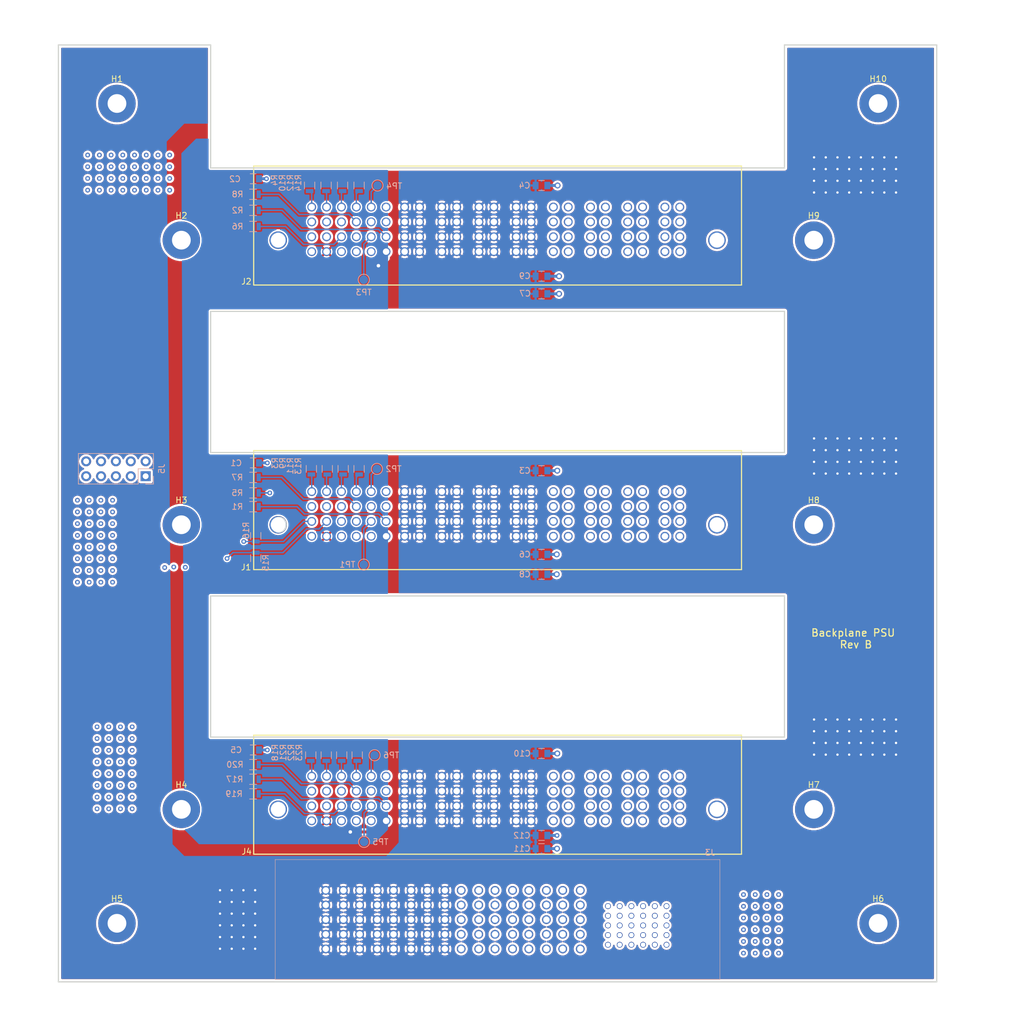
<source format=kicad_pcb>
(kicad_pcb (version 20171130) (host pcbnew "(5.1.6)-1")
  (layers (0 F.Cu signal) (1 In1.Cu signal) (2 In2.Cu signal) (31 B.Cu signal) (34 B.Paste user) (35 F.Paste user) (36 B.SilkS user) (37 F.SilkS user) (38 B.Mask user) (39 F.Mask user) (44 Edge.Cuts user))
  (net 0 "")
  (net 1 GND)
  (net 2 +3V3)
  (net 3 "Net-(J1-PadD6)")
  (net 4 "Net-(J1-PadC6)")
  (net 5 /SCL)
  (net 6 "Net-(J1-PadD5)")
  (net 7 "Net-(J1-PadC5)")
  (net 8 /SDA)
  (net 9 +12V)
  (net 10 "Net-(J1-PadD4)")
  (net 11 "Net-(J1-PadC4)")
  (net 12 "Net-(J1-PadB4)")
  (net 13 "Net-(J1-PadA4)")
  (net 14 "Net-(J1-PadD3)")
  (net 15 "Net-(J1-PadC3)")
  (net 16 "Net-(J1-PadD2)")
  (net 17 "Net-(J1-PadC2)")
  (net 18 "Net-(J1-PadB2)")
  (net 19 "Net-(J1-PadD1)")
  (net 20 /ISHARE)
  (net 21 "Net-(J1-PadB1)")
  (net 22 "Net-(J2-PadD6)")
  (net 23 "Net-(J2-PadC6)")
  (net 24 "Net-(J2-PadD5)")
  (net 25 "Net-(J2-PadD4)")
  (net 26 "Net-(J2-PadB4)")
  (net 27 "Net-(J2-PadA4)")
  (net 28 "Net-(J2-PadD3)")
  (net 29 "Net-(J2-PadC3)")
  (net 30 "Net-(J2-PadD2)")
  (net 31 "Net-(J2-PadC2)")
  (net 32 "Net-(J2-PadB2)")
  (net 33 "Net-(J2-PadD1)")
  (net 34 "Net-(J2-PadB1)")
  (net 35 "Net-(J4-PadB1)")
  (net 36 "Net-(J4-PadD1)")
  (net 37 "Net-(J4-PadB2)")
  (net 38 "Net-(J4-PadC2)")
  (net 39 "Net-(J4-PadD2)")
  (net 40 "Net-(J4-PadC3)")
  (net 41 "Net-(J4-PadD3)")
  (net 42 "Net-(J4-PadA4)")
  (net 43 "Net-(J4-PadB4)")
  (net 44 "Net-(J4-PadD4)")
  (net 45 "Net-(J4-PadC5)")
  (net 46 "Net-(J4-PadD5)")
  (net 47 "Net-(J4-PadC6)")
  (net 48 "Net-(J4-PadD6)")
  (net 49 "Net-(J5-Pad4)")
  (net 50 "Net-(J3-PadA1)")
  (net 51 "Net-(J3-PadB1)")
  (net 52 "Net-(J3-PadC1)")
  (net 53 "Net-(J3-PadD1)")
  (net 54 "Net-(J3-PadE1)")
  (net 55 "Net-(J3-PadA2)")
  (net 56 "Net-(J3-PadB2)")
  (net 57 "Net-(J3-PadC2)")
  (net 58 "Net-(J3-PadD2)")
  (net 59 "Net-(J3-PadE2)")
  (net 60 "Net-(J3-PadA3)")
  (net 61 "Net-(J3-PadB3)")
  (net 62 "Net-(J3-PadC3)")
  (net 63 "Net-(J3-PadD3)")
  (net 64 "Net-(J3-PadE3)")
  (net 65 "Net-(J3-PadA4)")
  (net 66 "Net-(J3-PadB4)")
  (net 67 "Net-(J3-PadC4)")
  (net 68 "Net-(J3-PadD4)")
  (net 69 "Net-(J3-PadE4)")
  (net 70 "Net-(J3-PadA5)")
  (net 71 "Net-(J3-PadB5)")
  (net 72 "Net-(J3-PadC5)")
  (net 73 "Net-(J3-PadD5)")
  (net 74 "Net-(J3-PadE5)")
  (net 75 "Net-(J3-PadA6)")
  (net 76 "Net-(J3-PadB6)")
  (net 77 "Net-(J3-PadC6)")
  (net 78 "Net-(J3-PadD6)")
  (net 79 "Net-(J3-PadE6)")
  (net 80 "Net-(J5-Pad10)")
  (net 81 "Net-(J5-Pad9)")
  (net 82 "Net-(J5-Pad8)")
  (net 83 "Net-(J5-Pad7)")
  (net 84 "Net-(J5-Pad6)")
  (net 85 "Net-(J5-Pad5)")
  (module Capacitors_SMD:C_0805 (layer B.Cu) (at 133.25 111.375)
    (fp_text reference C1 (at -2.9 0.025) (layer B.SilkS) (effects (justify mirror)))
    (fp_text value "2.2u 6.3V")
    (pad 2 smd rect (at 1 0) (size 1 1.25) (layers B.Cu B.Paste B.Mask) (net 1 GND))
    (pad 1 smd rect (at -1 0) (size 1 1.25) (layers B.Cu B.Paste B.Mask) (net 2 +3V3))
  )
  (module Capacitors_SMD:C_0805 (layer B.Cu) (at 133.25 62.85)
    (fp_text reference C2 (at -3.1 0.05) (layer B.SilkS) (effects (justify mirror)))
    (fp_text value "2.2u 6.3V")
    (pad 2 smd rect (at 1 0) (size 1 1.25) (layers B.Cu B.Paste B.Mask) (net 1 GND))
    (pad 1 smd rect (at -1 0) (size 1 1.25) (layers B.Cu B.Paste B.Mask) (net 2 +3V3))
  )
  (module Capacitors_SMD:C_0805 (layer B.Cu) (at 133.25 160.4)
    (fp_text reference C5 (at -2.9 0) (layer B.SilkS) (effects (justify mirror)))
    (fp_text value "2.2u 6.3V")
    (pad 1 smd rect (at -1 0) (size 1 1.25) (layers B.Cu B.Paste B.Mask) (net 2 +3V3))
    (pad 2 smd rect (at 1 0) (size 1 1.25) (layers B.Cu B.Paste B.Mask) (net 1 GND))
  )
  (module Resistors_SMD:R_0805 (layer B.Cu) (at 133.25 118.85)
    (fp_text reference R1 (at -2.7 0) (layer B.SilkS) (effects (justify mirror)))
    (fp_text value 4.7k)
    (pad 2 smd rect (at 0.95 0) (size 0.7 1.3) (layers B.Cu B.Paste B.Mask) (net 21 "Net-(J1-PadB1)"))
    (pad 1 smd rect (at -0.95 0) (size 0.7 1.3) (layers B.Cu B.Paste B.Mask) (net 2 +3V3))
  )
  (module Resistors_SMD:R_0805 (layer B.Cu) (at 133.25 68.25)
    (fp_text reference R2 (at -2.65 0) (layer B.SilkS) (effects (justify mirror)))
    (fp_text value 4.7k)
    (pad 1 smd rect (at -0.95 0) (size 0.7 1.3) (layers B.Cu B.Paste B.Mask) (net 2 +3V3))
    (pad 2 smd rect (at 0.95 0) (size 0.7 1.3) (layers B.Cu B.Paste B.Mask) (net 34 "Net-(J2-PadB1)"))
  )
  (module Resistors_SMD:R_0805 (layer B.Cu) (at 143.2 112.4 270)
    (fp_text reference R3 (at -1 6.2 270) (layer B.SilkS) (effects (justify mirror)))
    (fp_text value 4.7k)
    (pad 2 smd rect (at 0.95 0 270) (size 0.7 1.3) (layers B.Cu B.Paste B.Mask) (net 3 "Net-(J1-PadD6)"))
    (pad 1 smd rect (at -0.95 0 270) (size 0.7 1.3) (layers B.Cu B.Paste B.Mask) (net 2 +3V3))
  )
  (module Resistors_SMD:R_0805 (layer B.Cu) (at 142.9 64 270)
    (fp_text reference R4 (at -0.9 6 270) (layer B.SilkS) (effects (justify mirror)))
    (fp_text value 4.7k)
    (pad 2 smd rect (at 0.95 0 270) (size 0.7 1.3) (layers B.Cu B.Paste B.Mask) (net 22 "Net-(J2-PadD6)"))
    (pad 1 smd rect (at -0.95 0 270) (size 0.7 1.3) (layers B.Cu B.Paste B.Mask) (net 2 +3V3))
  )
  (module Resistors_SMD:R_0805 (layer B.Cu) (at 133.25 116.5)
    (fp_text reference R5 (at -2.7 0) (layer B.SilkS) (effects (justify mirror)))
    (fp_text value 4.7k)
    (pad 2 smd rect (at 0.95 0) (size 0.7 1.3) (layers B.Cu B.Paste B.Mask) (net 12 "Net-(J1-PadB4)"))
    (pad 1 smd rect (at -0.95 0) (size 0.7 1.3) (layers B.Cu B.Paste B.Mask) (net 2 +3V3))
  )
  (module Resistors_SMD:R_0805 (layer B.Cu) (at 133.25 71)
    (fp_text reference R6 (at -2.65 0) (layer B.SilkS) (effects (justify mirror)))
    (fp_text value 4.7k)
    (pad 1 smd rect (at -0.95 0) (size 0.7 1.3) (layers B.Cu B.Paste B.Mask) (net 2 +3V3))
    (pad 2 smd rect (at 0.95 0) (size 0.7 1.3) (layers B.Cu B.Paste B.Mask) (net 26 "Net-(J2-PadB4)"))
  )
  (module Resistors_SMD:R_0805 (layer B.Cu) (at 133.25 113.85)
    (fp_text reference R7 (at -2.7 0) (layer B.SilkS) (effects (justify mirror)))
    (fp_text value 4.7k)
    (pad 1 smd rect (at -0.95 0) (size 0.7 1.3) (layers B.Cu B.Paste B.Mask) (net 2 +3V3))
    (pad 2 smd rect (at 0.95 0) (size 0.7 1.3) (layers B.Cu B.Paste B.Mask) (net 15 "Net-(J1-PadC3)"))
  )
  (module Resistors_SMD:R_0805 (layer B.Cu) (at 133.25 65.5)
    (fp_text reference R8 (at -2.65 0) (layer B.SilkS) (effects (justify mirror)))
    (fp_text value 4.7k)
    (pad 2 smd rect (at 0.95 0) (size 0.7 1.3) (layers B.Cu B.Paste B.Mask) (net 29 "Net-(J2-PadC3)"))
    (pad 1 smd rect (at -0.95 0) (size 0.7 1.3) (layers B.Cu B.Paste B.Mask) (net 2 +3V3))
  )
  (module Resistors_SMD:R_0805 (layer B.Cu) (at 145.91625 112.4 270)
    (fp_text reference R9 (at -1 7.61625 270) (layer B.SilkS) (effects (justify mirror)))
    (fp_text value 4.7k)
    (pad 1 smd rect (at -0.95 0 270) (size 0.7 1.3) (layers B.Cu B.Paste B.Mask) (net 2 +3V3))
    (pad 2 smd rect (at 0.95 0 270) (size 0.7 1.3) (layers B.Cu B.Paste B.Mask) (net 6 "Net-(J1-PadD5)"))
  )
  (module Resistors_SMD:R_0805 (layer B.Cu) (at 145.71625 64 270)
    (fp_text reference R10 (at -0.45 7.46625 90) (layer B.SilkS) (effects (justify mirror)))
    (fp_text value 4.7k)
    (pad 1 smd rect (at -0.95 0 270) (size 0.7 1.3) (layers B.Cu B.Paste B.Mask) (net 2 +3V3))
    (pad 2 smd rect (at 0.95 0 270) (size 0.7 1.3) (layers B.Cu B.Paste B.Mask) (net 24 "Net-(J2-PadD5)"))
  )
  (module Resistors_SMD:R_0805 (layer B.Cu) (at 148.6325 112.4 270)
    (fp_text reference R11 (at -0.5 9.0325 270) (layer B.SilkS) (effects (justify mirror)))
    (fp_text value 4.7k)
    (pad 2 smd rect (at 0.95 0 270) (size 0.7 1.3) (layers B.Cu B.Paste B.Mask) (net 10 "Net-(J1-PadD4)"))
    (pad 1 smd rect (at -0.95 0 270) (size 0.7 1.3) (layers B.Cu B.Paste B.Mask) (net 2 +3V3))
  )
  (module Resistors_SMD:R_0805 (layer B.Cu) (at 148.5325 64 270)
    (fp_text reference R12 (at -0.45 8.9325 90) (layer B.SilkS) (effects (justify mirror)))
    (fp_text value 4.7k)
    (pad 2 smd rect (at 0.95 0 270) (size 0.7 1.3) (layers B.Cu B.Paste B.Mask) (net 25 "Net-(J2-PadD4)"))
    (pad 1 smd rect (at -0.95 0 270) (size 0.7 1.3) (layers B.Cu B.Paste B.Mask) (net 2 +3V3))
  )
  (module Resistors_SMD:R_0805 (layer B.Cu) (at 151.34875 112.4 270)
    (fp_text reference R13 (at -0.5 10.39875 270) (layer B.SilkS) (effects (justify mirror)))
    (fp_text value 0)
    (pad 1 smd rect (at -0.95 0 270) (size 0.7 1.3) (layers B.Cu B.Paste B.Mask) (net 2 +3V3))
    (pad 2 smd rect (at 0.95 0 270) (size 0.7 1.3) (layers B.Cu B.Paste B.Mask) (net 14 "Net-(J1-PadD3)"))
  )
  (module Resistors_SMD:R_0805 (layer B.Cu) (at 151.34875 64 270)
    (fp_text reference R14 (at -0.45 10.39875 270) (layer B.SilkS) (effects (justify mirror)))
    (fp_text value 0)
    (pad 1 smd rect (at -0.95 0 270) (size 0.7 1.3) (layers B.Cu B.Paste B.Mask) (net 2 +3V3))
    (pad 2 smd rect (at 0.95 0 270) (size 0.7 1.3) (layers B.Cu B.Paste B.Mask) (net 28 "Net-(J2-PadD3)"))
  )
  (module Resistors_SMD:R_0805 (layer B.Cu) (at 133.7 127.65 90)
    (fp_text reference R15 (at -0.8 1.7 270) (layer B.SilkS) (effects (justify mirror)))
    (fp_text value 4.7k)
    (pad 2 smd rect (at 0.95 0 90) (size 0.7 1.3) (layers B.Cu B.Paste B.Mask) (net 8 /SDA))
    (pad 1 smd rect (at -0.95 0 90) (size 0.7 1.3) (layers B.Cu B.Paste B.Mask) (net 2 +3V3))
  )
  (module Resistors_SMD:R_0805 (layer B.Cu) (at 133.7 123.85 270)
    (fp_text reference R16 (at -0.95 1.65 90) (layer B.SilkS) (effects (justify mirror)))
    (fp_text value 4.7k)
    (pad 1 smd rect (at -0.95 0 270) (size 0.7 1.3) (layers B.Cu B.Paste B.Mask) (net 2 +3V3))
    (pad 2 smd rect (at 0.95 0 270) (size 0.7 1.3) (layers B.Cu B.Paste B.Mask) (net 5 /SCL))
  )
  (module Resistors_SMD:R_0805 (layer B.Cu) (at 133.25 165.4)
    (fp_text reference R17 (at -3.15 0) (layer B.SilkS) (effects (justify mirror)))
    (fp_text value 4.7k)
    (pad 2 smd rect (at 0.95 0) (size 0.7 1.3) (layers B.Cu B.Paste B.Mask) (net 35 "Net-(J4-PadB1)"))
    (pad 1 smd rect (at -0.95 0) (size 0.7 1.3) (layers B.Cu B.Paste B.Mask) (net 2 +3V3))
  )
  (module Resistors_SMD:R_0805 (layer B.Cu) (at 143.1 161.3 270)
    (fp_text reference R18 (at -0.45 6.1 270) (layer B.SilkS) (effects (justify mirror)))
    (fp_text value 4.7k)
    (pad 1 smd rect (at -0.95 0 270) (size 0.7 1.3) (layers B.Cu B.Paste B.Mask) (net 2 +3V3))
    (pad 2 smd rect (at 0.95 0 270) (size 0.7 1.3) (layers B.Cu B.Paste B.Mask) (net 48 "Net-(J4-PadD6)"))
  )
  (module Resistors_SMD:R_0805 (layer B.Cu) (at 133.25 167.9)
    (fp_text reference R19 (at -3.25 0) (layer B.SilkS) (effects (justify mirror)))
    (fp_text value 4.7k)
    (pad 2 smd rect (at 0.95 0) (size 0.7 1.3) (layers B.Cu B.Paste B.Mask) (net 43 "Net-(J4-PadB4)"))
    (pad 1 smd rect (at -0.95 0) (size 0.7 1.3) (layers B.Cu B.Paste B.Mask) (net 2 +3V3))
  )
  (module Resistors_SMD:R_0805 (layer B.Cu) (at 133.25 162.9)
    (fp_text reference R20 (at -3.1 0) (layer B.SilkS) (effects (justify mirror)))
    (fp_text value 4.7k)
    (pad 1 smd rect (at -0.95 0) (size 0.7 1.3) (layers B.Cu B.Paste B.Mask) (net 2 +3V3))
    (pad 2 smd rect (at 0.95 0) (size 0.7 1.3) (layers B.Cu B.Paste B.Mask) (net 40 "Net-(J4-PadC3)"))
  )
  (module Resistors_SMD:R_0805 (layer B.Cu) (at 145.74125 161.3 270)
    (fp_text reference R21 (at -0.45 7.34125 90) (layer B.SilkS) (effects (justify mirror)))
    (fp_text value 4.7k)
    (pad 2 smd rect (at 0.95 0 270) (size 0.7 1.3) (layers B.Cu B.Paste B.Mask) (net 46 "Net-(J4-PadD5)"))
    (pad 1 smd rect (at -0.95 0 270) (size 0.7 1.3) (layers B.Cu B.Paste B.Mask) (net 2 +3V3))
  )
  (module Resistors_SMD:R_0805 (layer B.Cu) (at 148.3825 161.3 270)
    (fp_text reference R22 (at -0.45 8.6325 270) (layer B.SilkS) (effects (justify mirror)))
    (fp_text value 4.7k)
    (pad 1 smd rect (at -0.95 0 270) (size 0.7 1.3) (layers B.Cu B.Paste B.Mask) (net 2 +3V3))
    (pad 2 smd rect (at 0.95 0 270) (size 0.7 1.3) (layers B.Cu B.Paste B.Mask) (net 44 "Net-(J4-PadD4)"))
  )
  (module Resistors_SMD:R_0805 (layer B.Cu) (at 151.02375 161.3 270)
    (fp_text reference R23 (at -0.45 9.92375 90) (layer B.SilkS) (effects (justify mirror)))
    (fp_text value 0)
    (pad 2 smd rect (at 0.95 0 270) (size 0.7 1.3) (layers B.Cu B.Paste B.Mask) (net 41 "Net-(J4-PadD3)"))
    (pad 1 smd rect (at -0.95 0 270) (size 0.7 1.3) (layers B.Cu B.Paste B.Mask) (net 2 +3V3))
  )
  (module TestPoint:TestPoint_Pad_D1.5mm (layer B.Cu) (at 152.15 128.75)
    (fp_text reference TP1 (at -2.8 0) (layer B.SilkS) (effects (justify mirror)))
    (fp_text value "IMON TP")
    (pad 1 smd circle (at 0 0) (size 1.5 1.5) (layers B.Cu B.Mask) (net 18 "Net-(J1-PadB2)"))
  )
  (module TestPoint:TestPoint_Pad_D1.5mm (layer B.Cu) (at 154.4 112.4)
    (fp_text reference TP2 (at 2.85 0) (layer B.SilkS) (effects (justify mirror)))
    (fp_text value OVP_TP)
    (pad 1 smd circle (at 0 0) (size 1.5 1.5) (layers B.Cu B.Mask) (net 16 "Net-(J1-PadD2)"))
  )
  (module TestPoint:TestPoint_Pad_D1.5mm (layer B.Cu) (at 152.15 80.1)
    (fp_text reference TP3 (at 0 2.15) (layer B.SilkS) (effects (justify mirror)))
    (fp_text value "IMON TP")
    (pad 1 smd circle (at 0 0) (size 1.5 1.5) (layers B.Cu B.Mask) (net 32 "Net-(J2-PadB2)"))
  )
  (module TestPoint:TestPoint_Pad_D1.5mm (layer B.Cu) (at 154.5 64)
    (fp_text reference TP4 (at 2.85 0.1) (layer B.SilkS) (effects (justify mirror)))
    (fp_text value OVP_TP)
    (pad 1 smd circle (at 0 0) (size 1.5 1.5) (layers B.Cu B.Mask) (net 30 "Net-(J2-PadD2)"))
  )
  (module TestPoint:TestPoint_Pad_D1.5mm (layer B.Cu) (at 152.2 176.1)
    (fp_text reference TP5 (at 2.8 0) (layer B.SilkS) (effects (justify mirror)))
    (fp_text value "IMON TP")
    (pad 1 smd circle (at 0 0) (size 1.5 1.5) (layers B.Cu B.Mask) (net 37 "Net-(J4-PadB2)"))
  )
  (module TestPoint:TestPoint_Pad_D1.5mm (layer B.Cu) (at 154 161.3)
    (fp_text reference TP6 (at 2.85 0) (layer B.SilkS) (effects (justify mirror)))
    (fp_text value OVP_TP)
    (pad 1 smd circle (at 0 0) (size 1.5 1.5) (layers B.Cu B.Mask) (net 39 "Net-(J4-PadD2)"))
  )
  (module "Switch PCIe:Conn_8HP_30S_2141140001" (layer B.Cu) (at 212.975 199.625 180)
    (fp_text reference J3 (at 1.7 21.7) (layer B.SilkS) (effects (justify mirror)))
    (fp_text value Conn_8HP_30S_2141140001)
    (pad A1 thru_hole circle (at 19.12 5.96 180) (size 1 1) (drill 0.75) (layers *.Cu *.Mask) (net 50 "Net-(J3-PadA1)"))
    (pad B1 thru_hole circle (at 19.12 7.61 180) (size 1 1) (drill 0.75) (layers *.Cu *.Mask) (net 51 "Net-(J3-PadB1)"))
    (pad C1 thru_hole circle (at 19.12 9.26 180) (size 1 1) (drill 0.75) (layers *.Cu *.Mask) (net 52 "Net-(J3-PadC1)"))
    (pad D1 thru_hole circle (at 19.12 10.91 180) (size 1 1) (drill 0.75) (layers *.Cu *.Mask) (net 53 "Net-(J3-PadD1)"))
    (pad E1 thru_hole circle (at 19.12 12.56 180) (size 1 1) (drill 0.75) (layers *.Cu *.Mask) (net 54 "Net-(J3-PadE1)"))
    (pad A2 thru_hole circle (at 17.12 5.96 180) (size 1 1) (drill 0.75) (layers *.Cu *.Mask) (net 55 "Net-(J3-PadA2)"))
    (pad B2 thru_hole circle (at 17.12 7.61 180) (size 1 1) (drill 0.75) (layers *.Cu *.Mask) (net 56 "Net-(J3-PadB2)"))
    (pad C2 thru_hole circle (at 17.12 9.26 180) (size 1 1) (drill 0.75) (layers *.Cu *.Mask) (net 57 "Net-(J3-PadC2)"))
    (pad D2 thru_hole circle (at 17.12 10.91 180) (size 1 1) (drill 0.75) (layers *.Cu *.Mask) (net 58 "Net-(J3-PadD2)"))
    (pad E2 thru_hole circle (at 17.12 12.56 180) (size 1 1) (drill 0.75) (layers *.Cu *.Mask) (net 59 "Net-(J3-PadE2)"))
    (pad A3 thru_hole circle (at 15.12 5.96 180) (size 1 1) (drill 0.75) (layers *.Cu *.Mask) (net 60 "Net-(J3-PadA3)"))
    (pad B3 thru_hole circle (at 15.12 7.61 180) (size 1 1) (drill 0.75) (layers *.Cu *.Mask) (net 61 "Net-(J3-PadB3)"))
    (pad C3 thru_hole circle (at 15.12 9.26 180) (size 1 1) (drill 0.75) (layers *.Cu *.Mask) (net 62 "Net-(J3-PadC3)"))
    (pad D3 thru_hole circle (at 15.12 10.91 180) (size 1 1) (drill 0.75) (layers *.Cu *.Mask) (net 63 "Net-(J3-PadD3)"))
    (pad E3 thru_hole circle (at 15.12 12.56 180) (size 1 1) (drill 0.75) (layers *.Cu *.Mask) (net 64 "Net-(J3-PadE3)"))
    (pad A4 thru_hole circle (at 13.12 5.96 180) (size 1 1) (drill 0.75) (layers *.Cu *.Mask) (net 65 "Net-(J3-PadA4)"))
    (pad B4 thru_hole circle (at 13.12 7.61 180) (size 1 1) (drill 0.75) (layers *.Cu *.Mask) (net 66 "Net-(J3-PadB4)"))
    (pad C4 thru_hole circle (at 13.12 9.26 180) (size 1 1) (drill 0.75) (layers *.Cu *.Mask) (net 67 "Net-(J3-PadC4)"))
    (pad D4 thru_hole circle (at 13.12 10.91 180) (size 1 1) (drill 0.75) (layers *.Cu *.Mask) (net 68 "Net-(J3-PadD4)"))
    (pad E4 thru_hole circle (at 13.12 12.56 180) (size 1 1) (drill 0.75) (layers *.Cu *.Mask) (net 69 "Net-(J3-PadE4)"))
    (pad A5 thru_hole circle (at 11.12 5.96 180) (size 1 1) (drill 0.75) (layers *.Cu *.Mask) (net 70 "Net-(J3-PadA5)"))
    (pad B5 thru_hole circle (at 11.12 7.61 180) (size 1 1) (drill 0.75) (layers *.Cu *.Mask) (net 71 "Net-(J3-PadB5)"))
    (pad C5 thru_hole circle (at 11.12 9.26 180) (size 1 1) (drill 0.75) (layers *.Cu *.Mask) (net 72 "Net-(J3-PadC5)"))
    (pad D5 thru_hole circle (at 11.12 10.91 180) (size 1 1) (drill 0.75) (layers *.Cu *.Mask) (net 73 "Net-(J3-PadD5)"))
    (pad E5 thru_hole circle (at 11.12 12.56 180) (size 1 1) (drill 0.75) (layers *.Cu *.Mask) (net 74 "Net-(J3-PadE5)"))
    (pad A6 thru_hole circle (at 9.12 5.96 180) (size 1 1) (drill 0.75) (layers *.Cu *.Mask) (net 75 "Net-(J3-PadA6)"))
    (pad B6 thru_hole circle (at 9.12 7.61 180) (size 1 1) (drill 0.75) (layers *.Cu *.Mask) (net 76 "Net-(J3-PadB6)"))
    (pad C6 thru_hole circle (at 9.12 9.26 180) (size 1 1) (drill 0.75) (layers *.Cu *.Mask) (net 77 "Net-(J3-PadC6)"))
    (pad D6 thru_hole circle (at 9.12 10.91 180) (size 1 1) (drill 0.75) (layers *.Cu *.Mask) (net 78 "Net-(J3-PadD6)"))
    (pad E6 thru_hole circle (at 9.12 12.56 180) (size 1 1) (drill 0.75) (layers *.Cu *.Mask) (net 79 "Net-(J3-PadE6)"))
    (pad P1 thru_hole circle (at 67.31 5.25 180) (size 1.5 1.5) (drill 1.07) (layers *.Cu *.Mask) (net 9 +12V))
    (pad P1 thru_hole circle (at 67.31 7.75 180) (size 1.5 1.5) (drill 1.07) (layers *.Cu *.Mask) (net 9 +12V))
    (pad P1 thru_hole circle (at 67.31 10.25 180) (size 1.5 1.5) (drill 1.07) (layers *.Cu *.Mask) (net 9 +12V))
    (pad P1 thru_hole circle (at 67.31 12.75 180) (size 1.5 1.5) (drill 1.07) (layers *.Cu *.Mask) (net 9 +12V))
    (pad P1 thru_hole circle (at 67.31 15.25 180) (size 1.5 1.5) (drill 1.07) (layers *.Cu *.Mask) (net 9 +12V))
    (pad P1 thru_hole circle (at 64.31 5.25 180) (size 1.5 1.5) (drill 1.07) (layers *.Cu *.Mask) (net 9 +12V))
    (pad P1 thru_hole circle (at 64.31 7.75 180) (size 1.5 1.5) (drill 1.07) (layers *.Cu *.Mask) (net 9 +12V))
    (pad P1 thru_hole circle (at 64.31 10.25 180) (size 1.5 1.5) (drill 1.07) (layers *.Cu *.Mask) (net 9 +12V))
    (pad P1 thru_hole circle (at 64.31 12.75 180) (size 1.5 1.5) (drill 1.07) (layers *.Cu *.Mask) (net 9 +12V))
    (pad P1 thru_hole circle (at 64.31 15.25 180) (size 1.5 1.5) (drill 1.07) (layers *.Cu *.Mask) (net 9 +12V))
    (pad P2 thru_hole circle (at 61.53 5.25 180) (size 1.5 1.5) (drill 1.07) (layers *.Cu *.Mask) (net 9 +12V))
    (pad P3 thru_hole circle (at 55.75 5.25 180) (size 1.5 1.5) (drill 1.07) (layers *.Cu *.Mask) (net 9 +12V))
    (pad P4 thru_hole circle (at 49.97 5.25 180) (size 1.5 1.5) (drill 1.07) (layers *.Cu *.Mask) (net 9 +12V))
    (pad P5 thru_hole circle (at 44.19 5.25 180) (size 1.5 1.5) (drill 1.07) (layers *.Cu *.Mask) (net 1 GND))
    (pad P6 thru_hole circle (at 38.41 5.25 180) (size 1.5 1.5) (drill 1.07) (layers *.Cu *.Mask) (net 1 GND))
    (pad P7 thru_hole circle (at 32.63 5.25 180) (size 1.5 1.5) (drill 1.07) (layers *.Cu *.Mask) (net 1 GND))
    (pad P8 thru_hole circle (at 26.85 5.25 180) (size 1.5 1.5) (drill 1.07) (layers *.Cu *.Mask) (net 1 GND))
    (pad P2 thru_hole circle (at 58.53 15.25 180) (size 1.5 1.5) (drill 1.07) (layers *.Cu *.Mask) (net 9 +12V))
    (pad P3 thru_hole circle (at 52.75 15.25 180) (size 1.5 1.5) (drill 1.07) (layers *.Cu *.Mask) (net 9 +12V))
    (pad P4 thru_hole circle (at 46.97 15.25 180) (size 1.5 1.5) (drill 1.07) (layers *.Cu *.Mask) (net 9 +12V))
    (pad P5 thru_hole circle (at 41.19 15.25 180) (size 1.5 1.5) (drill 1.07) (layers *.Cu *.Mask) (net 1 GND))
    (pad P6 thru_hole circle (at 35.41 15.25 180) (size 1.5 1.5) (drill 1.07) (layers *.Cu *.Mask) (net 1 GND))
    (pad P7 thru_hole circle (at 29.63 15.25 180) (size 1.5 1.5) (drill 1.07) (layers *.Cu *.Mask) (net 1 GND))
    (pad P8 thru_hole circle (at 23.85 15.25 180) (size 1.5 1.5) (drill 1.07) (layers *.Cu *.Mask) (net 1 GND))
    (pad P2 thru_hole circle (at 58.53 7.75 180) (size 1.5 1.5) (drill 1.07) (layers *.Cu *.Mask) (net 9 +12V))
    (pad P3 thru_hole circle (at 52.75 7.75 180) (size 1.5 1.5) (drill 1.07) (layers *.Cu *.Mask) (net 9 +12V))
    (pad P4 thru_hole circle (at 46.97 7.75 180) (size 1.5 1.5) (drill 1.07) (layers *.Cu *.Mask) (net 9 +12V))
    (pad P5 thru_hole circle (at 41.19 7.75 180) (size 1.5 1.5) (drill 1.07) (layers *.Cu *.Mask) (net 1 GND))
    (pad P6 thru_hole circle (at 35.41 7.75 180) (size 1.5 1.5) (drill 1.07) (layers *.Cu *.Mask) (net 1 GND))
    (pad P7 thru_hole circle (at 29.63 7.75 180) (size 1.5 1.5) (drill 1.07) (layers *.Cu *.Mask) (net 1 GND))
    (pad P8 thru_hole circle (at 23.85 7.75 180) (size 1.5 1.5) (drill 1.07) (layers *.Cu *.Mask) (net 1 GND))
    (pad P2 thru_hole circle (at 61.53 12.75 180) (size 1.5 1.5) (drill 1.07) (layers *.Cu *.Mask) (net 9 +12V))
    (pad P3 thru_hole circle (at 55.75 12.75 180) (size 1.5 1.5) (drill 1.07) (layers *.Cu *.Mask) (net 9 +12V))
    (pad P4 thru_hole circle (at 49.97 12.75 180) (size 1.5 1.5) (drill 1.07) (layers *.Cu *.Mask) (net 9 +12V))
    (pad P5 thru_hole circle (at 44.19 12.75 180) (size 1.5 1.5) (drill 1.07) (layers *.Cu *.Mask) (net 1 GND))
    (pad P6 thru_hole circle (at 38.41 12.75 180) (size 1.5 1.5) (drill 1.07) (layers *.Cu *.Mask) (net 1 GND))
    (pad P7 thru_hole circle (at 32.63 12.75 180) (size 1.5 1.5) (drill 1.07) (layers *.Cu *.Mask) (net 1 GND))
    (pad P8 thru_hole circle (at 26.85 12.75 180) (size 1.5 1.5) (drill 1.07) (layers *.Cu *.Mask) (net 1 GND))
    (pad P2 thru_hole circle (at 61.53 10.25 180) (size 1.5 1.5) (drill 1.07) (layers *.Cu *.Mask) (net 9 +12V))
    (pad P3 thru_hole circle (at 55.75 10.25 180) (size 1.5 1.5) (drill 1.07) (layers *.Cu *.Mask) (net 9 +12V))
    (pad P4 thru_hole circle (at 49.97 10.25 180) (size 1.5 1.5) (drill 1.07) (layers *.Cu *.Mask) (net 9 +12V))
    (pad P5 thru_hole circle (at 44.19 10.25 180) (size 1.5 1.5) (drill 1.07) (layers *.Cu *.Mask) (net 1 GND))
    (pad P6 thru_hole circle (at 38.41 10.25 180) (size 1.5 1.5) (drill 1.07) (layers *.Cu *.Mask) (net 1 GND))
    (pad P7 thru_hole circle (at 32.63 10.25 180) (size 1.5 1.5) (drill 1.07) (layers *.Cu *.Mask) (net 1 GND))
    (pad P8 thru_hole circle (at 26.85 10.25 180) (size 1.5 1.5) (drill 1.07) (layers *.Cu *.Mask) (net 1 GND))
    (pad P2 thru_hole circle (at 61.53 15.25 180) (size 1.5 1.5) (drill 1.07) (layers *.Cu *.Mask) (net 9 +12V))
    (pad P3 thru_hole circle (at 55.75 15.25 180) (size 1.5 1.5) (drill 1.07) (layers *.Cu *.Mask) (net 9 +12V))
    (pad P4 thru_hole circle (at 49.97 15.25 180) (size 1.5 1.5) (drill 1.07) (layers *.Cu *.Mask) (net 9 +12V))
    (pad P5 thru_hole circle (at 44.19 15.25 180) (size 1.5 1.5) (drill 1.07) (layers *.Cu *.Mask) (net 1 GND))
    (pad P6 thru_hole circle (at 38.41 15.25 180) (size 1.5 1.5) (drill 1.07) (layers *.Cu *.Mask) (net 1 GND))
    (pad P7 thru_hole circle (at 32.63 15.25 180) (size 1.5 1.5) (drill 1.07) (layers *.Cu *.Mask) (net 1 GND))
    (pad P8 thru_hole circle (at 26.85 15.25 180) (size 1.5 1.5) (drill 1.07) (layers *.Cu *.Mask) (net 1 GND))
    (pad P2 thru_hole circle (at 58.53 10.25 180) (size 1.5 1.5) (drill 1.07) (layers *.Cu *.Mask) (net 9 +12V))
    (pad P3 thru_hole circle (at 52.75 10.25 180) (size 1.5 1.5) (drill 1.07) (layers *.Cu *.Mask) (net 9 +12V))
    (pad P4 thru_hole circle (at 46.97 10.25 180) (size 1.5 1.5) (drill 1.07) (layers *.Cu *.Mask) (net 9 +12V))
    (pad P5 thru_hole circle (at 41.19 10.25 180) (size 1.5 1.5) (drill 1.07) (layers *.Cu *.Mask) (net 1 GND))
    (pad P6 thru_hole circle (at 35.41 10.25 180) (size 1.5 1.5) (drill 1.07) (layers *.Cu *.Mask) (net 1 GND))
    (pad P7 thru_hole circle (at 29.63 10.25 180) (size 1.5 1.5) (drill 1.07) (layers *.Cu *.Mask) (net 1 GND))
    (pad P8 thru_hole circle (at 23.85 10.25 180) (size 1.5 1.5) (drill 1.07) (layers *.Cu *.Mask) (net 1 GND))
    (pad P2 thru_hole circle (at 58.53 5.25 180) (size 1.5 1.5) (drill 1.07) (layers *.Cu *.Mask) (net 9 +12V))
    (pad P3 thru_hole circle (at 52.75 5.25 180) (size 1.5 1.5) (drill 1.07) (layers *.Cu *.Mask) (net 9 +12V))
    (pad P4 thru_hole circle (at 46.97 5.25 180) (size 1.5 1.5) (drill 1.07) (layers *.Cu *.Mask) (net 9 +12V))
    (pad P5 thru_hole circle (at 41.19 5.25 180) (size 1.5 1.5) (drill 1.07) (layers *.Cu *.Mask) (net 1 GND))
    (pad P6 thru_hole circle (at 35.41 5.25 180) (size 1.5 1.5) (drill 1.07) (layers *.Cu *.Mask) (net 1 GND))
    (pad P7 thru_hole circle (at 29.63 5.25 180) (size 1.5 1.5) (drill 1.07) (layers *.Cu *.Mask) (net 1 GND))
    (pad P8 thru_hole circle (at 23.85 5.25 180) (size 1.5 1.5) (drill 1.07) (layers *.Cu *.Mask) (net 1 GND))
    (pad P2 thru_hole circle (at 58.53 12.75 180) (size 1.5 1.5) (drill 1.07) (layers *.Cu *.Mask) (net 9 +12V))
    (pad P3 thru_hole circle (at 52.75 12.75 180) (size 1.5 1.5) (drill 1.07) (layers *.Cu *.Mask) (net 9 +12V))
    (pad P4 thru_hole circle (at 46.97 12.75 180) (size 1.5 1.5) (drill 1.07) (layers *.Cu *.Mask) (net 9 +12V))
    (pad P5 thru_hole circle (at 41.19 12.75 180) (size 1.5 1.5) (drill 1.07) (layers *.Cu *.Mask) (net 1 GND))
    (pad P6 thru_hole circle (at 35.41 12.75 180) (size 1.5 1.5) (drill 1.07) (layers *.Cu *.Mask) (net 1 GND))
    (pad P7 thru_hole circle (at 29.63 12.75 180) (size 1.5 1.5) (drill 1.07) (layers *.Cu *.Mask) (net 1 GND))
    (pad P8 thru_hole circle (at 23.85 12.75 180) (size 1.5 1.5) (drill 1.07) (layers *.Cu *.Mask) (net 1 GND))
    (pad P2 thru_hole circle (at 61.53 7.75 180) (size 1.5 1.5) (drill 1.07) (layers *.Cu *.Mask) (net 9 +12V))
    (pad P3 thru_hole circle (at 55.75 7.75 180) (size 1.5 1.5) (drill 1.07) (layers *.Cu *.Mask) (net 9 +12V))
    (pad P4 thru_hole circle (at 49.97 7.75 180) (size 1.5 1.5) (drill 1.07) (layers *.Cu *.Mask) (net 9 +12V))
    (pad P5 thru_hole circle (at 44.19 7.75 180) (size 1.5 1.5) (drill 1.07) (layers *.Cu *.Mask) (net 1 GND))
    (pad P6 thru_hole circle (at 38.41 7.75 180) (size 1.5 1.5) (drill 1.07) (layers *.Cu *.Mask) (net 1 GND))
    (pad P7 thru_hole circle (at 32.63 7.75 180) (size 1.5 1.5) (drill 1.07) (layers *.Cu *.Mask) (net 1 GND))
    (pad P8 thru_hole circle (at 26.85 7.75 180) (size 1.5 1.5) (drill 1.07) (layers *.Cu *.Mask) (net 1 GND))
  )
  (module Mounting_Holes:MountingHole_3.2mm_M3_Pad (layer F.Cu) (at 110 50)
    (fp_text reference H1 (at 0 -4.2) (layer F.SilkS))
    (fp_text value MountingHole)
    (pad 1 thru_hole circle (at 0 0) (size 6.4 6.4) (drill 3.2) (layers *.Cu *.Mask) (net 1 GND))
  )
  (module Mounting_Holes:MountingHole_3.2mm_M3_Pad (layer F.Cu) (at 121 73.34)
    (fp_text reference H2 (at 0 -4.2) (layer F.SilkS))
    (fp_text value MountingHole)
    (pad 1 thru_hole circle (at 0 0) (size 6.4 6.4) (drill 3.2) (layers *.Cu *.Mask) (net 1 GND))
  )
  (module Mounting_Holes:MountingHole_3.2mm_M3_Pad (layer F.Cu) (at 121 121.94)
    (fp_text reference H3 (at 0 -4.2) (layer F.SilkS))
    (fp_text value MountingHole)
    (pad 1 thru_hole circle (at 0 0) (size 6.4 6.4) (drill 3.2) (layers *.Cu *.Mask) (net 1 GND))
  )
  (module Mounting_Holes:MountingHole_3.2mm_M3_Pad (layer F.Cu) (at 121 170.54)
    (fp_text reference H4 (at 0 -4.2) (layer F.SilkS))
    (fp_text value MountingHole)
    (pad 1 thru_hole circle (at 0 0) (size 6.4 6.4) (drill 3.2) (layers *.Cu *.Mask) (net 1 GND))
  )
  (module Mounting_Holes:MountingHole_3.2mm_M3_Pad (layer F.Cu) (at 110 190)
    (fp_text reference H5 (at 0 -4.2) (layer F.SilkS))
    (fp_text value MountingHole)
    (pad 1 thru_hole circle (at 0 0) (size 6.4 6.4) (drill 3.2) (layers *.Cu *.Mask) (net 1 GND))
  )
  (module Mounting_Holes:MountingHole_3.2mm_M3_Pad (layer F.Cu) (at 240 190)
    (fp_text reference H6 (at 0 -4.2) (layer F.SilkS))
    (fp_text value MountingHole)
    (pad 1 thru_hole circle (at 0 0) (size 6.4 6.4) (drill 3.2) (layers *.Cu *.Mask) (net 1 GND))
  )
  (module Mounting_Holes:MountingHole_3.2mm_M3_Pad (layer F.Cu) (at 229 170.54)
    (fp_text reference H7 (at 0 -4.2) (layer F.SilkS))
    (fp_text value MountingHole)
    (pad 1 thru_hole circle (at 0 0) (size 6.4 6.4) (drill 3.2) (layers *.Cu *.Mask) (net 1 GND))
  )
  (module Mounting_Holes:MountingHole_3.2mm_M3_Pad (layer F.Cu) (at 229 121.94)
    (fp_text reference H8 (at 0 -4.2) (layer F.SilkS))
    (fp_text value MountingHole)
    (pad 1 thru_hole circle (at 0 0) (size 6.4 6.4) (drill 3.2) (layers *.Cu *.Mask) (net 1 GND))
  )
  (module Mounting_Holes:MountingHole_3.2mm_M3_Pad (layer F.Cu) (at 229 73.34)
    (fp_text reference H9 (at 0 -4.2) (layer F.SilkS))
    (fp_text value MountingHole)
    (pad 1 thru_hole circle (at 0 0) (size 6.4 6.4) (drill 3.2) (layers *.Cu *.Mask) (net 1 GND))
  )
  (module Mounting_Holes:MountingHole_3.2mm_M3_Pad (layer F.Cu) (at 240 50)
    (fp_text reference H10 (at 0 -4.2) (layer F.SilkS))
    (fp_text value MountingHole)
    (pad 1 thru_hole circle (at 0 0) (size 6.4 6.4) (drill 3.2) (layers *.Cu *.Mask) (net 1 GND))
  )
  (module Pin_Headers:Pin_Header_Straight_2x05_Pitch2.54mm (layer B.Cu) (at 114.9 113.65 90)
    (fp_text reference J5 (at 1.27 2.75 270) (layer B.SilkS) (effects (justify mirror)))
    (fp_text value "I2C Header")
    (pad 10 thru_hole oval (at 2.54 -10.16 90) (size 1.7 1.7) (drill 1) (layers *.Cu *.Mask) (net 80 "Net-(J5-Pad10)"))
    (pad 9 thru_hole oval (at 0 -10.16 90) (size 1.7 1.7) (drill 1) (layers *.Cu *.Mask) (net 81 "Net-(J5-Pad9)"))
    (pad 8 thru_hole oval (at 2.54 -7.62 90) (size 1.7 1.7) (drill 1) (layers *.Cu *.Mask) (net 82 "Net-(J5-Pad8)"))
    (pad 7 thru_hole oval (at 0 -7.62 90) (size 1.7 1.7) (drill 1) (layers *.Cu *.Mask) (net 83 "Net-(J5-Pad7)"))
    (pad 6 thru_hole oval (at 2.54 -5.08 90) (size 1.7 1.7) (drill 1) (layers *.Cu *.Mask) (net 84 "Net-(J5-Pad6)"))
    (pad 5 thru_hole oval (at 0 -5.08 90) (size 1.7 1.7) (drill 1) (layers *.Cu *.Mask) (net 85 "Net-(J5-Pad5)"))
    (pad 4 thru_hole oval (at 2.54 -2.54 90) (size 1.7 1.7) (drill 1) (layers *.Cu *.Mask) (net 49 "Net-(J5-Pad4)"))
    (pad 3 thru_hole oval (at 0 -2.54 90) (size 1.7 1.7) (drill 1) (layers *.Cu *.Mask) (net 8 /SDA))
    (pad 2 thru_hole oval (at 2.54 0 90) (size 1.7 1.7) (drill 1) (layers *.Cu *.Mask) (net 1 GND))
    (pad 1 thru_hole rect (at 0 0 90) (size 1.7 1.7) (drill 1) (layers *.Cu *.Mask) (net 5 /SCL))
  )
  (module Capacitors_SMD:C_0805 (layer B.Cu) (at 182.5 112.7)
    (fp_text reference C3 (at -2.85 0) (layer B.SilkS) (effects (justify mirror)))
    (fp_text value "6.8u 25V")
    (pad 2 smd rect (at 1 0) (size 1 1.25) (layers B.Cu B.Paste B.Mask) (net 1 GND))
    (pad 1 smd rect (at -1 0) (size 1 1.25) (layers B.Cu B.Paste B.Mask) (net 9 +12V))
  )
  (module Capacitors_SMD:C_0805 (layer B.Cu) (at 182.5 64)
    (fp_text reference C4 (at -2.9 0 180) (layer B.SilkS) (effects (justify mirror)))
    (fp_text value "6.8u 25V")
    (pad 2 smd rect (at 1 0) (size 1 1.25) (layers B.Cu B.Paste B.Mask) (net 1 GND))
    (pad 1 smd rect (at -1 0) (size 1 1.25) (layers B.Cu B.Paste B.Mask) (net 9 +12V))
  )
  (module Capacitors_SMD:C_0805 (layer B.Cu) (at 182.5 127)
    (fp_text reference C6 (at -2.85 0) (layer B.SilkS) (effects (justify mirror)))
    (fp_text value "2.2u 25V")
    (pad 1 smd rect (at -1 0) (size 1 1.25) (layers B.Cu B.Paste B.Mask) (net 9 +12V))
    (pad 2 smd rect (at 1 0) (size 1 1.25) (layers B.Cu B.Paste B.Mask) (net 1 GND))
  )
  (module Capacitors_SMD:C_0805 (layer B.Cu) (at 182.5 82.5)
    (fp_text reference C7 (at -2.8 -0.05 180) (layer B.SilkS) (effects (justify mirror)))
    (fp_text value "2.2u 25V")
    (pad 1 smd rect (at -1 0) (size 1 1.25) (layers B.Cu B.Paste B.Mask) (net 9 +12V))
    (pad 2 smd rect (at 1 0) (size 1 1.25) (layers B.Cu B.Paste B.Mask) (net 1 GND))
  )
  (module Capacitors_SMD:C_0805 (layer B.Cu) (at 182.5 130.4)
    (fp_text reference C8 (at -2.85 0) (layer B.SilkS) (effects (justify mirror)))
    (fp_text value "2.2u 25V")
    (pad 2 smd rect (at 1 0) (size 1 1.25) (layers B.Cu B.Paste B.Mask) (net 1 GND))
    (pad 1 smd rect (at -1 0) (size 1 1.25) (layers B.Cu B.Paste B.Mask) (net 9 +12V))
  )
  (module Capacitors_SMD:C_0805 (layer B.Cu) (at 182.5 79.5)
    (fp_text reference C9 (at -2.85 -0.05 180) (layer B.SilkS) (effects (justify mirror)))
    (fp_text value "2.2u 25V")
    (pad 1 smd rect (at -1 0) (size 1 1.25) (layers B.Cu B.Paste B.Mask) (net 9 +12V))
    (pad 2 smd rect (at 1 0) (size 1 1.25) (layers B.Cu B.Paste B.Mask) (net 1 GND))
  )
  (module Capacitors_SMD:C_0805 (layer B.Cu) (at 182.5 161)
    (fp_text reference C10 (at -3.3 0) (layer B.SilkS) (effects (justify mirror)))
    (fp_text value "6.8u 25V")
    (pad 2 smd rect (at 1 0) (size 1 1.25) (layers B.Cu B.Paste B.Mask) (net 1 GND))
    (pad 1 smd rect (at -1 0) (size 1 1.25) (layers B.Cu B.Paste B.Mask) (net 9 +12V))
  )
  (module Capacitors_SMD:C_0805 (layer B.Cu) (at 182.5 177.25)
    (fp_text reference C11 (at -3.35 0) (layer B.SilkS) (effects (justify mirror)))
    (fp_text value "2.2u 25V")
    (pad 2 smd rect (at 1 0) (size 1 1.25) (layers B.Cu B.Paste B.Mask) (net 1 GND))
    (pad 1 smd rect (at -1 0) (size 1 1.25) (layers B.Cu B.Paste B.Mask) (net 9 +12V))
  )
  (module Capacitors_SMD:C_0805 (layer B.Cu) (at 182.5 175)
    (fp_text reference C12 (at -3.35 0) (layer B.SilkS) (effects (justify mirror)))
    (fp_text value "2.2u 25V")
    (pad 1 smd rect (at -1 0) (size 1 1.25) (layers B.Cu B.Paste B.Mask) (net 9 +12V))
    (pad 2 smd rect (at 1 0) (size 1 1.25) (layers B.Cu B.Paste B.Mask) (net 1 GND))
  )
  (module "Switch PCIe:PWR_Conn_8P+24S_51742-10802400AALF" (layer F.Cu) (at 133.35 178.2)
    (fp_text reference J4 (at -1.2 -0.45) (layer F.SilkS))
    (fp_text value Receptacle_8P_24S_Vertical)
    (pad "" np_thru_hole circle (at 79.12 -7.66) (size 3 3) (drill 2.54) (layers *.Cu *.Mask))
    (pad "" np_thru_hole circle (at 4.19 -7.66) (size 3 3) (drill 2.54) (layers *.Cu *.Mask))
    (pad P1 thru_hole circle (at 72.77 -5.7) (size 1.5 1.5) (drill 1.09) (layers *.Cu *.Mask) (net 1 GND))
    (pad P1 thru_hole circle (at 70.23 -5.7) (size 1.5 1.5) (drill 1.09) (layers *.Cu *.Mask) (net 1 GND))
    (pad P1 thru_hole circle (at 72.77 -8.24) (size 1.5 1.5) (drill 1.09) (layers *.Cu *.Mask) (net 1 GND))
    (pad P1 thru_hole circle (at 70.23 -8.24) (size 1.5 1.5) (drill 1.09) (layers *.Cu *.Mask) (net 1 GND))
    (pad P1 thru_hole circle (at 72.77 -10.78) (size 1.5 1.5) (drill 1.09) (layers *.Cu *.Mask) (net 1 GND))
    (pad P1 thru_hole circle (at 70.23 -10.78) (size 1.5 1.5) (drill 1.09) (layers *.Cu *.Mask) (net 1 GND))
    (pad P1 thru_hole circle (at 72.77 -13.32) (size 1.5 1.5) (drill 1.09) (layers *.Cu *.Mask) (net 1 GND))
    (pad P1 thru_hole circle (at 70.23 -13.32) (size 1.5 1.5) (drill 1.09) (layers *.Cu *.Mask) (net 1 GND))
    (pad P2 thru_hole circle (at 63.88 -10.78) (size 1.5 1.5) (drill 1.09) (layers *.Cu *.Mask) (net 1 GND))
    (pad P3 thru_hole circle (at 57.53 -10.78) (size 1.5 1.5) (drill 1.09) (layers *.Cu *.Mask) (net 1 GND))
    (pad P4 thru_hole circle (at 51.18 -10.78) (size 1.5 1.5) (drill 1.09) (layers *.Cu *.Mask) (net 1 GND))
    (pad P5 thru_hole circle (at 44.83 -10.78) (size 1.5 1.5) (drill 1.09) (layers *.Cu *.Mask) (net 9 +12V))
    (pad P6 thru_hole circle (at 38.48 -10.78) (size 1.5 1.5) (drill 1.09) (layers *.Cu *.Mask) (net 9 +12V))
    (pad P7 thru_hole circle (at 32.13 -10.78) (size 1.5 1.5) (drill 1.09) (layers *.Cu *.Mask) (net 9 +12V))
    (pad P8 thru_hole circle (at 25.78 -10.78) (size 1.5 1.5) (drill 1.09) (layers *.Cu *.Mask) (net 9 +12V))
    (pad P2 thru_hole circle (at 66.42 -10.78) (size 1.5 1.5) (drill 1.09) (layers *.Cu *.Mask) (net 1 GND))
    (pad P3 thru_hole circle (at 60.07 -10.78) (size 1.5 1.5) (drill 1.09) (layers *.Cu *.Mask) (net 1 GND))
    (pad P4 thru_hole circle (at 53.72 -10.78) (size 1.5 1.5) (drill 1.09) (layers *.Cu *.Mask) (net 1 GND))
    (pad P5 thru_hole circle (at 47.37 -10.78) (size 1.5 1.5) (drill 1.09) (layers *.Cu *.Mask) (net 9 +12V))
    (pad P6 thru_hole circle (at 41.02 -10.78) (size 1.5 1.5) (drill 1.09) (layers *.Cu *.Mask) (net 9 +12V))
    (pad P7 thru_hole circle (at 34.67 -10.78) (size 1.5 1.5) (drill 1.09) (layers *.Cu *.Mask) (net 9 +12V))
    (pad P8 thru_hole circle (at 28.32 -10.78) (size 1.5 1.5) (drill 1.09) (layers *.Cu *.Mask) (net 9 +12V))
    (pad P2 thru_hole circle (at 66.42 -5.7) (size 1.5 1.5) (drill 1.09) (layers *.Cu *.Mask) (net 1 GND))
    (pad P3 thru_hole circle (at 60.07 -5.7) (size 1.5 1.5) (drill 1.09) (layers *.Cu *.Mask) (net 1 GND))
    (pad P4 thru_hole circle (at 53.72 -5.7) (size 1.5 1.5) (drill 1.09) (layers *.Cu *.Mask) (net 1 GND))
    (pad P5 thru_hole circle (at 47.37 -5.7) (size 1.5 1.5) (drill 1.09) (layers *.Cu *.Mask) (net 9 +12V))
    (pad P6 thru_hole circle (at 41.02 -5.7) (size 1.5 1.5) (drill 1.09) (layers *.Cu *.Mask) (net 9 +12V))
    (pad P7 thru_hole circle (at 34.67 -5.7) (size 1.5 1.5) (drill 1.09) (layers *.Cu *.Mask) (net 9 +12V))
    (pad P8 thru_hole circle (at 28.32 -5.7) (size 1.5 1.5) (drill 1.09) (layers *.Cu *.Mask) (net 9 +12V))
    (pad P2 thru_hole circle (at 66.42 -8.24) (size 1.5 1.5) (drill 1.09) (layers *.Cu *.Mask) (net 1 GND))
    (pad P3 thru_hole circle (at 60.07 -8.24) (size 1.5 1.5) (drill 1.09) (layers *.Cu *.Mask) (net 1 GND))
    (pad P4 thru_hole circle (at 53.72 -8.24) (size 1.5 1.5) (drill 1.09) (layers *.Cu *.Mask) (net 1 GND))
    (pad P5 thru_hole circle (at 47.37 -8.24) (size 1.5 1.5) (drill 1.09) (layers *.Cu *.Mask) (net 9 +12V))
    (pad P6 thru_hole circle (at 41.02 -8.24) (size 1.5 1.5) (drill 1.09) (layers *.Cu *.Mask) (net 9 +12V))
    (pad P7 thru_hole circle (at 34.67 -8.24) (size 1.5 1.5) (drill 1.09) (layers *.Cu *.Mask) (net 9 +12V))
    (pad P8 thru_hole circle (at 28.32 -8.24) (size 1.5 1.5) (drill 1.09) (layers *.Cu *.Mask) (net 9 +12V))
    (pad P2 thru_hole circle (at 63.88 -13.32) (size 1.5 1.5) (drill 1.09) (layers *.Cu *.Mask) (net 1 GND))
    (pad P3 thru_hole circle (at 57.53 -13.32) (size 1.5 1.5) (drill 1.09) (layers *.Cu *.Mask) (net 1 GND))
    (pad P4 thru_hole circle (at 51.18 -13.32) (size 1.5 1.5) (drill 1.09) (layers *.Cu *.Mask) (net 1 GND))
    (pad P5 thru_hole circle (at 44.83 -13.32) (size 1.5 1.5) (drill 1.09) (layers *.Cu *.Mask) (net 9 +12V))
    (pad P6 thru_hole circle (at 38.48 -13.32) (size 1.5 1.5) (drill 1.09) (layers *.Cu *.Mask) (net 9 +12V))
    (pad P7 thru_hole circle (at 32.13 -13.32) (size 1.5 1.5) (drill 1.09) (layers *.Cu *.Mask) (net 9 +12V))
    (pad P8 thru_hole circle (at 25.78 -13.32) (size 1.5 1.5) (drill 1.09) (layers *.Cu *.Mask) (net 9 +12V))
    (pad P2 thru_hole circle (at 66.42 -13.32) (size 1.5 1.5) (drill 1.09) (layers *.Cu *.Mask) (net 1 GND))
    (pad P3 thru_hole circle (at 60.07 -13.32) (size 1.5 1.5) (drill 1.09) (layers *.Cu *.Mask) (net 1 GND))
    (pad P4 thru_hole circle (at 53.72 -13.32) (size 1.5 1.5) (drill 1.09) (layers *.Cu *.Mask) (net 1 GND))
    (pad P5 thru_hole circle (at 47.37 -13.32) (size 1.5 1.5) (drill 1.09) (layers *.Cu *.Mask) (net 9 +12V))
    (pad P6 thru_hole circle (at 41.02 -13.32) (size 1.5 1.5) (drill 1.09) (layers *.Cu *.Mask) (net 9 +12V))
    (pad P7 thru_hole circle (at 34.67 -13.32) (size 1.5 1.5) (drill 1.09) (layers *.Cu *.Mask) (net 9 +12V))
    (pad P8 thru_hole circle (at 28.32 -13.32) (size 1.5 1.5) (drill 1.09) (layers *.Cu *.Mask) (net 9 +12V))
    (pad P2 thru_hole circle (at 63.88 -8.24) (size 1.5 1.5) (drill 1.09) (layers *.Cu *.Mask) (net 1 GND))
    (pad P3 thru_hole circle (at 57.53 -8.24) (size 1.5 1.5) (drill 1.09) (layers *.Cu *.Mask) (net 1 GND))
    (pad P4 thru_hole circle (at 51.18 -8.24) (size 1.5 1.5) (drill 1.09) (layers *.Cu *.Mask) (net 1 GND))
    (pad P5 thru_hole circle (at 44.83 -8.24) (size 1.5 1.5) (drill 1.09) (layers *.Cu *.Mask) (net 9 +12V))
    (pad P6 thru_hole circle (at 38.48 -8.24) (size 1.5 1.5) (drill 1.09) (layers *.Cu *.Mask) (net 9 +12V))
    (pad P7 thru_hole circle (at 32.13 -8.24) (size 1.5 1.5) (drill 1.09) (layers *.Cu *.Mask) (net 9 +12V))
    (pad P8 thru_hole circle (at 25.78 -8.24) (size 1.5 1.5) (drill 1.09) (layers *.Cu *.Mask) (net 9 +12V))
    (pad P2 thru_hole circle (at 63.88 -5.7) (size 1.5 1.5) (drill 1.09) (layers *.Cu *.Mask) (net 1 GND))
    (pad P3 thru_hole circle (at 57.53 -5.7) (size 1.5 1.5) (drill 1.09) (layers *.Cu *.Mask) (net 1 GND))
    (pad P4 thru_hole circle (at 51.18 -5.7) (size 1.5 1.5) (drill 1.09) (layers *.Cu *.Mask) (net 1 GND))
    (pad P5 thru_hole circle (at 44.83 -5.7) (size 1.5 1.5) (drill 1.09) (layers *.Cu *.Mask) (net 9 +12V))
    (pad P6 thru_hole circle (at 38.48 -5.7) (size 1.5 1.5) (drill 1.09) (layers *.Cu *.Mask) (net 9 +12V))
    (pad P7 thru_hole circle (at 32.13 -5.7) (size 1.5 1.5) (drill 1.09) (layers *.Cu *.Mask) (net 9 +12V))
    (pad P8 thru_hole circle (at 25.78 -5.7) (size 1.5 1.5) (drill 1.09) (layers *.Cu *.Mask) (net 9 +12V))
    (pad A1 thru_hole circle (at 22.61 -5.7) (size 1.5 1.5) (drill 1.09) (layers *.Cu *.Mask) (net 2 +3V3))
    (pad B1 thru_hole circle (at 22.61 -8.24) (size 1.5 1.5) (drill 1.09) (layers *.Cu *.Mask) (net 35 "Net-(J4-PadB1)"))
    (pad C1 thru_hole circle (at 22.61 -10.78) (size 1.5 1.5) (drill 1.09) (layers *.Cu *.Mask) (net 20 /ISHARE))
    (pad D1 thru_hole circle (at 22.61 -13.32) (size 1.5 1.5) (drill 1.09) (layers *.Cu *.Mask) (net 36 "Net-(J4-PadD1)"))
    (pad A2 thru_hole circle (at 20.07 -5.7) (size 1.5 1.5) (drill 1.09) (layers *.Cu *.Mask) (net 1 GND))
    (pad B2 thru_hole circle (at 20.07 -8.24) (size 1.5 1.5) (drill 1.09) (layers *.Cu *.Mask) (net 37 "Net-(J4-PadB2)"))
    (pad C2 thru_hole circle (at 20.07 -10.78) (size 1.5 1.5) (drill 1.09) (layers *.Cu *.Mask) (net 38 "Net-(J4-PadC2)"))
    (pad D2 thru_hole circle (at 20.07 -13.32) (size 1.5 1.5) (drill 1.09) (layers *.Cu *.Mask) (net 39 "Net-(J4-PadD2)"))
    (pad A3 thru_hole circle (at 17.53 -5.7) (size 1.5 1.5) (drill 1.09) (layers *.Cu *.Mask) (net 1 GND))
    (pad B3 thru_hole circle (at 17.53 -8.24) (size 1.5 1.5) (drill 1.09) (layers *.Cu *.Mask) (net 1 GND))
    (pad C3 thru_hole circle (at 17.53 -10.78) (size 1.5 1.5) (drill 1.09) (layers *.Cu *.Mask) (net 40 "Net-(J4-PadC3)"))
    (pad D3 thru_hole circle (at 17.53 -13.32) (size 1.5 1.5) (drill 1.09) (layers *.Cu *.Mask) (net 41 "Net-(J4-PadD3)"))
    (pad A4 thru_hole circle (at 14.99 -5.7) (size 1.5 1.5) (drill 1.09) (layers *.Cu *.Mask) (net 42 "Net-(J4-PadA4)"))
    (pad B4 thru_hole circle (at 14.99 -8.24) (size 1.5 1.5) (drill 1.09) (layers *.Cu *.Mask) (net 43 "Net-(J4-PadB4)"))
    (pad C4 thru_hole circle (at 14.99 -10.78) (size 1.5 1.5) (drill 1.09) (layers *.Cu *.Mask) (net 1 GND))
    (pad D4 thru_hole circle (at 14.99 -13.32) (size 1.5 1.5) (drill 1.09) (layers *.Cu *.Mask) (net 44 "Net-(J4-PadD4)"))
    (pad A5 thru_hole circle (at 12.45 -5.7) (size 1.5 1.5) (drill 1.09) (layers *.Cu *.Mask) (net 9 +12V))
    (pad B5 thru_hole circle (at 12.45 -8.24) (size 1.5 1.5) (drill 1.09) (layers *.Cu *.Mask) (net 8 /SDA))
    (pad C5 thru_hole circle (at 12.45 -10.78) (size 1.5 1.5) (drill 1.09) (layers *.Cu *.Mask) (net 45 "Net-(J4-PadC5)"))
    (pad D5 thru_hole circle (at 12.45 -13.32) (size 1.5 1.5) (drill 1.09) (layers *.Cu *.Mask) (net 46 "Net-(J4-PadD5)"))
    (pad A6 thru_hole circle (at 9.91 -5.7) (size 1.5 1.5) (drill 1.09) (layers *.Cu *.Mask) (net 1 GND))
    (pad B6 thru_hole circle (at 9.91 -8.24) (size 1.5 1.5) (drill 1.09) (layers *.Cu *.Mask) (net 5 /SCL))
    (pad C6 thru_hole circle (at 9.91 -10.78) (size 1.5 1.5) (drill 1.09) (layers *.Cu *.Mask) (net 47 "Net-(J4-PadC6)"))
    (pad D6 thru_hole circle (at 9.91 -13.32) (size 1.5 1.5) (drill 1.09) (layers *.Cu *.Mask) (net 48 "Net-(J4-PadD6)"))
  )
  (module "Switch PCIe:PWR_Conn_8P+24S_51742-10802400AALF" (layer F.Cu) (at 133.35 129.6)
    (fp_text reference J1 (at -1.3 -0.4) (layer F.SilkS))
    (fp_text value Receptacle_8P_24S_Vertical)
    (pad "" np_thru_hole circle (at 79.12 -7.66) (size 3 3) (drill 2.54) (layers *.Cu *.Mask))
    (pad "" np_thru_hole circle (at 4.19 -7.66) (size 3 3) (drill 2.54) (layers *.Cu *.Mask))
    (pad P1 thru_hole circle (at 72.77 -5.7) (size 1.5 1.5) (drill 1.09) (layers *.Cu *.Mask) (net 1 GND))
    (pad P1 thru_hole circle (at 70.23 -5.7) (size 1.5 1.5) (drill 1.09) (layers *.Cu *.Mask) (net 1 GND))
    (pad P1 thru_hole circle (at 72.77 -8.24) (size 1.5 1.5) (drill 1.09) (layers *.Cu *.Mask) (net 1 GND))
    (pad P1 thru_hole circle (at 70.23 -8.24) (size 1.5 1.5) (drill 1.09) (layers *.Cu *.Mask) (net 1 GND))
    (pad P1 thru_hole circle (at 72.77 -10.78) (size 1.5 1.5) (drill 1.09) (layers *.Cu *.Mask) (net 1 GND))
    (pad P1 thru_hole circle (at 70.23 -10.78) (size 1.5 1.5) (drill 1.09) (layers *.Cu *.Mask) (net 1 GND))
    (pad P1 thru_hole circle (at 72.77 -13.32) (size 1.5 1.5) (drill 1.09) (layers *.Cu *.Mask) (net 1 GND))
    (pad P1 thru_hole circle (at 70.23 -13.32) (size 1.5 1.5) (drill 1.09) (layers *.Cu *.Mask) (net 1 GND))
    (pad P2 thru_hole circle (at 63.88 -10.78) (size 1.5 1.5) (drill 1.09) (layers *.Cu *.Mask) (net 1 GND))
    (pad P3 thru_hole circle (at 57.53 -10.78) (size 1.5 1.5) (drill 1.09) (layers *.Cu *.Mask) (net 1 GND))
    (pad P4 thru_hole circle (at 51.18 -10.78) (size 1.5 1.5) (drill 1.09) (layers *.Cu *.Mask) (net 1 GND))
    (pad P5 thru_hole circle (at 44.83 -10.78) (size 1.5 1.5) (drill 1.09) (layers *.Cu *.Mask) (net 9 +12V))
    (pad P6 thru_hole circle (at 38.48 -10.78) (size 1.5 1.5) (drill 1.09) (layers *.Cu *.Mask) (net 9 +12V))
    (pad P7 thru_hole circle (at 32.13 -10.78) (size 1.5 1.5) (drill 1.09) (layers *.Cu *.Mask) (net 9 +12V))
    (pad P8 thru_hole circle (at 25.78 -10.78) (size 1.5 1.5) (drill 1.09) (layers *.Cu *.Mask) (net 9 +12V))
    (pad P2 thru_hole circle (at 66.42 -10.78) (size 1.5 1.5) (drill 1.09) (layers *.Cu *.Mask) (net 1 GND))
    (pad P3 thru_hole circle (at 60.07 -10.78) (size 1.5 1.5) (drill 1.09) (layers *.Cu *.Mask) (net 1 GND))
    (pad P4 thru_hole circle (at 53.72 -10.78) (size 1.5 1.5) (drill 1.09) (layers *.Cu *.Mask) (net 1 GND))
    (pad P5 thru_hole circle (at 47.37 -10.78) (size 1.5 1.5) (drill 1.09) (layers *.Cu *.Mask) (net 9 +12V))
    (pad P6 thru_hole circle (at 41.02 -10.78) (size 1.5 1.5) (drill 1.09) (layers *.Cu *.Mask) (net 9 +12V))
    (pad P7 thru_hole circle (at 34.67 -10.78) (size 1.5 1.5) (drill 1.09) (layers *.Cu *.Mask) (net 9 +12V))
    (pad P8 thru_hole circle (at 28.32 -10.78) (size 1.5 1.5) (drill 1.09) (layers *.Cu *.Mask) (net 9 +12V))
    (pad P2 thru_hole circle (at 66.42 -5.7) (size 1.5 1.5) (drill 1.09) (layers *.Cu *.Mask) (net 1 GND))
    (pad P3 thru_hole circle (at 60.07 -5.7) (size 1.5 1.5) (drill 1.09) (layers *.Cu *.Mask) (net 1 GND))
    (pad P4 thru_hole circle (at 53.72 -5.7) (size 1.5 1.5) (drill 1.09) (layers *.Cu *.Mask) (net 1 GND))
    (pad P5 thru_hole circle (at 47.37 -5.7) (size 1.5 1.5) (drill 1.09) (layers *.Cu *.Mask) (net 9 +12V))
    (pad P6 thru_hole circle (at 41.02 -5.7) (size 1.5 1.5) (drill 1.09) (layers *.Cu *.Mask) (net 9 +12V))
    (pad P7 thru_hole circle (at 34.67 -5.7) (size 1.5 1.5) (drill 1.09) (layers *.Cu *.Mask) (net 9 +12V))
    (pad P8 thru_hole circle (at 28.32 -5.7) (size 1.5 1.5) (drill 1.09) (layers *.Cu *.Mask) (net 9 +12V))
    (pad P2 thru_hole circle (at 66.42 -8.24) (size 1.5 1.5) (drill 1.09) (layers *.Cu *.Mask) (net 1 GND))
    (pad P3 thru_hole circle (at 60.07 -8.24) (size 1.5 1.5) (drill 1.09) (layers *.Cu *.Mask) (net 1 GND))
    (pad P4 thru_hole circle (at 53.72 -8.24) (size 1.5 1.5) (drill 1.09) (layers *.Cu *.Mask) (net 1 GND))
    (pad P5 thru_hole circle (at 47.37 -8.24) (size 1.5 1.5) (drill 1.09) (layers *.Cu *.Mask) (net 9 +12V))
    (pad P6 thru_hole circle (at 41.02 -8.24) (size 1.5 1.5) (drill 1.09) (layers *.Cu *.Mask) (net 9 +12V))
    (pad P7 thru_hole circle (at 34.67 -8.24) (size 1.5 1.5) (drill 1.09) (layers *.Cu *.Mask) (net 9 +12V))
    (pad P8 thru_hole circle (at 28.32 -8.24) (size 1.5 1.5) (drill 1.09) (layers *.Cu *.Mask) (net 9 +12V))
    (pad P2 thru_hole circle (at 63.88 -13.32) (size 1.5 1.5) (drill 1.09) (layers *.Cu *.Mask) (net 1 GND))
    (pad P3 thru_hole circle (at 57.53 -13.32) (size 1.5 1.5) (drill 1.09) (layers *.Cu *.Mask) (net 1 GND))
    (pad P4 thru_hole circle (at 51.18 -13.32) (size 1.5 1.5) (drill 1.09) (layers *.Cu *.Mask) (net 1 GND))
    (pad P5 thru_hole circle (at 44.83 -13.32) (size 1.5 1.5) (drill 1.09) (layers *.Cu *.Mask) (net 9 +12V))
    (pad P6 thru_hole circle (at 38.48 -13.32) (size 1.5 1.5) (drill 1.09) (layers *.Cu *.Mask) (net 9 +12V))
    (pad P7 thru_hole circle (at 32.13 -13.32) (size 1.5 1.5) (drill 1.09) (layers *.Cu *.Mask) (net 9 +12V))
    (pad P8 thru_hole circle (at 25.78 -13.32) (size 1.5 1.5) (drill 1.09) (layers *.Cu *.Mask) (net 9 +12V))
    (pad P2 thru_hole circle (at 66.42 -13.32) (size 1.5 1.5) (drill 1.09) (layers *.Cu *.Mask) (net 1 GND))
    (pad P3 thru_hole circle (at 60.07 -13.32) (size 1.5 1.5) (drill 1.09) (layers *.Cu *.Mask) (net 1 GND))
    (pad P4 thru_hole circle (at 53.72 -13.32) (size 1.5 1.5) (drill 1.09) (layers *.Cu *.Mask) (net 1 GND))
    (pad P5 thru_hole circle (at 47.37 -13.32) (size 1.5 1.5) (drill 1.09) (layers *.Cu *.Mask) (net 9 +12V))
    (pad P6 thru_hole circle (at 41.02 -13.32) (size 1.5 1.5) (drill 1.09) (layers *.Cu *.Mask) (net 9 +12V))
    (pad P7 thru_hole circle (at 34.67 -13.32) (size 1.5 1.5) (drill 1.09) (layers *.Cu *.Mask) (net 9 +12V))
    (pad P8 thru_hole circle (at 28.32 -13.32) (size 1.5 1.5) (drill 1.09) (layers *.Cu *.Mask) (net 9 +12V))
    (pad P2 thru_hole circle (at 63.88 -8.24) (size 1.5 1.5) (drill 1.09) (layers *.Cu *.Mask) (net 1 GND))
    (pad P3 thru_hole circle (at 57.53 -8.24) (size 1.5 1.5) (drill 1.09) (layers *.Cu *.Mask) (net 1 GND))
    (pad P4 thru_hole circle (at 51.18 -8.24) (size 1.5 1.5) (drill 1.09) (layers *.Cu *.Mask) (net 1 GND))
    (pad P5 thru_hole circle (at 44.83 -8.24) (size 1.5 1.5) (drill 1.09) (layers *.Cu *.Mask) (net 9 +12V))
    (pad P6 thru_hole circle (at 38.48 -8.24) (size 1.5 1.5) (drill 1.09) (layers *.Cu *.Mask) (net 9 +12V))
    (pad P7 thru_hole circle (at 32.13 -8.24) (size 1.5 1.5) (drill 1.09) (layers *.Cu *.Mask) (net 9 +12V))
    (pad P8 thru_hole circle (at 25.78 -8.24) (size 1.5 1.5) (drill 1.09) (layers *.Cu *.Mask) (net 9 +12V))
    (pad P2 thru_hole circle (at 63.88 -5.7) (size 1.5 1.5) (drill 1.09) (layers *.Cu *.Mask) (net 1 GND))
    (pad P3 thru_hole circle (at 57.53 -5.7) (size 1.5 1.5) (drill 1.09) (layers *.Cu *.Mask) (net 1 GND))
    (pad P4 thru_hole circle (at 51.18 -5.7) (size 1.5 1.5) (drill 1.09) (layers *.Cu *.Mask) (net 1 GND))
    (pad P5 thru_hole circle (at 44.83 -5.7) (size 1.5 1.5) (drill 1.09) (layers *.Cu *.Mask) (net 9 +12V))
    (pad P6 thru_hole circle (at 38.48 -5.7) (size 1.5 1.5) (drill 1.09) (layers *.Cu *.Mask) (net 9 +12V))
    (pad P7 thru_hole circle (at 32.13 -5.7) (size 1.5 1.5) (drill 1.09) (layers *.Cu *.Mask) (net 9 +12V))
    (pad P8 thru_hole circle (at 25.78 -5.7) (size 1.5 1.5) (drill 1.09) (layers *.Cu *.Mask) (net 9 +12V))
    (pad A1 thru_hole circle (at 22.61 -5.7) (size 1.5 1.5) (drill 1.09) (layers *.Cu *.Mask) (net 2 +3V3))
    (pad B1 thru_hole circle (at 22.61 -8.24) (size 1.5 1.5) (drill 1.09) (layers *.Cu *.Mask) (net 21 "Net-(J1-PadB1)"))
    (pad C1 thru_hole circle (at 22.61 -10.78) (size 1.5 1.5) (drill 1.09) (layers *.Cu *.Mask) (net 20 /ISHARE))
    (pad D1 thru_hole circle (at 22.61 -13.32) (size 1.5 1.5) (drill 1.09) (layers *.Cu *.Mask) (net 19 "Net-(J1-PadD1)"))
    (pad A2 thru_hole circle (at 20.07 -5.7) (size 1.5 1.5) (drill 1.09) (layers *.Cu *.Mask) (net 1 GND))
    (pad B2 thru_hole circle (at 20.07 -8.24) (size 1.5 1.5) (drill 1.09) (layers *.Cu *.Mask) (net 18 "Net-(J1-PadB2)"))
    (pad C2 thru_hole circle (at 20.07 -10.78) (size 1.5 1.5) (drill 1.09) (layers *.Cu *.Mask) (net 17 "Net-(J1-PadC2)"))
    (pad D2 thru_hole circle (at 20.07 -13.32) (size 1.5 1.5) (drill 1.09) (layers *.Cu *.Mask) (net 16 "Net-(J1-PadD2)"))
    (pad A3 thru_hole circle (at 17.53 -5.7) (size 1.5 1.5) (drill 1.09) (layers *.Cu *.Mask) (net 1 GND))
    (pad B3 thru_hole circle (at 17.53 -8.24) (size 1.5 1.5) (drill 1.09) (layers *.Cu *.Mask) (net 1 GND))
    (pad C3 thru_hole circle (at 17.53 -10.78) (size 1.5 1.5) (drill 1.09) (layers *.Cu *.Mask) (net 15 "Net-(J1-PadC3)"))
    (pad D3 thru_hole circle (at 17.53 -13.32) (size 1.5 1.5) (drill 1.09) (layers *.Cu *.Mask) (net 14 "Net-(J1-PadD3)"))
    (pad A4 thru_hole circle (at 14.99 -5.7) (size 1.5 1.5) (drill 1.09) (layers *.Cu *.Mask) (net 13 "Net-(J1-PadA4)"))
    (pad B4 thru_hole circle (at 14.99 -8.24) (size 1.5 1.5) (drill 1.09) (layers *.Cu *.Mask) (net 12 "Net-(J1-PadB4)"))
    (pad C4 thru_hole circle (at 14.99 -10.78) (size 1.5 1.5) (drill 1.09) (layers *.Cu *.Mask) (net 11 "Net-(J1-PadC4)"))
    (pad D4 thru_hole circle (at 14.99 -13.32) (size 1.5 1.5) (drill 1.09) (layers *.Cu *.Mask) (net 10 "Net-(J1-PadD4)"))
    (pad A5 thru_hole circle (at 12.45 -5.7) (size 1.5 1.5) (drill 1.09) (layers *.Cu *.Mask) (net 9 +12V))
    (pad B5 thru_hole circle (at 12.45 -8.24) (size 1.5 1.5) (drill 1.09) (layers *.Cu *.Mask) (net 8 /SDA))
    (pad C5 thru_hole circle (at 12.45 -10.78) (size 1.5 1.5) (drill 1.09) (layers *.Cu *.Mask) (net 7 "Net-(J1-PadC5)"))
    (pad D5 thru_hole circle (at 12.45 -13.32) (size 1.5 1.5) (drill 1.09) (layers *.Cu *.Mask) (net 6 "Net-(J1-PadD5)"))
    (pad A6 thru_hole circle (at 9.91 -5.7) (size 1.5 1.5) (drill 1.09) (layers *.Cu *.Mask) (net 1 GND))
    (pad B6 thru_hole circle (at 9.91 -8.24) (size 1.5 1.5) (drill 1.09) (layers *.Cu *.Mask) (net 5 /SCL))
    (pad C6 thru_hole circle (at 9.91 -10.78) (size 1.5 1.5) (drill 1.09) (layers *.Cu *.Mask) (net 4 "Net-(J1-PadC6)"))
    (pad D6 thru_hole circle (at 9.91 -13.32) (size 1.5 1.5) (drill 1.09) (layers *.Cu *.Mask) (net 3 "Net-(J1-PadD6)"))
  )
  (module "Switch PCIe:PWR_Conn_8P+24S_51742-10802400AALF" (layer F.Cu) (at 133.35 81)
    (fp_text reference J2 (at -1.25 -0.6) (layer F.SilkS))
    (fp_text value Receptacle_8P_24S_Vertical)
    (pad "" np_thru_hole circle (at 79.12 -7.66) (size 3 3) (drill 2.54) (layers *.Cu *.Mask))
    (pad "" np_thru_hole circle (at 4.19 -7.66) (size 3 3) (drill 2.54) (layers *.Cu *.Mask))
    (pad P1 thru_hole circle (at 72.77 -5.7) (size 1.5 1.5) (drill 1.09) (layers *.Cu *.Mask) (net 1 GND))
    (pad P1 thru_hole circle (at 70.23 -5.7) (size 1.5 1.5) (drill 1.09) (layers *.Cu *.Mask) (net 1 GND))
    (pad P1 thru_hole circle (at 72.77 -8.24) (size 1.5 1.5) (drill 1.09) (layers *.Cu *.Mask) (net 1 GND))
    (pad P1 thru_hole circle (at 70.23 -8.24) (size 1.5 1.5) (drill 1.09) (layers *.Cu *.Mask) (net 1 GND))
    (pad P1 thru_hole circle (at 72.77 -10.78) (size 1.5 1.5) (drill 1.09) (layers *.Cu *.Mask) (net 1 GND))
    (pad P1 thru_hole circle (at 70.23 -10.78) (size 1.5 1.5) (drill 1.09) (layers *.Cu *.Mask) (net 1 GND))
    (pad P1 thru_hole circle (at 72.77 -13.32) (size 1.5 1.5) (drill 1.09) (layers *.Cu *.Mask) (net 1 GND))
    (pad P1 thru_hole circle (at 70.23 -13.32) (size 1.5 1.5) (drill 1.09) (layers *.Cu *.Mask) (net 1 GND))
    (pad P2 thru_hole circle (at 63.88 -10.78) (size 1.5 1.5) (drill 1.09) (layers *.Cu *.Mask) (net 1 GND))
    (pad P3 thru_hole circle (at 57.53 -10.78) (size 1.5 1.5) (drill 1.09) (layers *.Cu *.Mask) (net 1 GND))
    (pad P4 thru_hole circle (at 51.18 -10.78) (size 1.5 1.5) (drill 1.09) (layers *.Cu *.Mask) (net 1 GND))
    (pad P5 thru_hole circle (at 44.83 -10.78) (size 1.5 1.5) (drill 1.09) (layers *.Cu *.Mask) (net 9 +12V))
    (pad P6 thru_hole circle (at 38.48 -10.78) (size 1.5 1.5) (drill 1.09) (layers *.Cu *.Mask) (net 9 +12V))
    (pad P7 thru_hole circle (at 32.13 -10.78) (size 1.5 1.5) (drill 1.09) (layers *.Cu *.Mask) (net 9 +12V))
    (pad P8 thru_hole circle (at 25.78 -10.78) (size 1.5 1.5) (drill 1.09) (layers *.Cu *.Mask) (net 9 +12V))
    (pad P2 thru_hole circle (at 66.42 -10.78) (size 1.5 1.5) (drill 1.09) (layers *.Cu *.Mask) (net 1 GND))
    (pad P3 thru_hole circle (at 60.07 -10.78) (size 1.5 1.5) (drill 1.09) (layers *.Cu *.Mask) (net 1 GND))
    (pad P4 thru_hole circle (at 53.72 -10.78) (size 1.5 1.5) (drill 1.09) (layers *.Cu *.Mask) (net 1 GND))
    (pad P5 thru_hole circle (at 47.37 -10.78) (size 1.5 1.5) (drill 1.09) (layers *.Cu *.Mask) (net 9 +12V))
    (pad P6 thru_hole circle (at 41.02 -10.78) (size 1.5 1.5) (drill 1.09) (layers *.Cu *.Mask) (net 9 +12V))
    (pad P7 thru_hole circle (at 34.67 -10.78) (size 1.5 1.5) (drill 1.09) (layers *.Cu *.Mask) (net 9 +12V))
    (pad P8 thru_hole circle (at 28.32 -10.78) (size 1.5 1.5) (drill 1.09) (layers *.Cu *.Mask) (net 9 +12V))
    (pad P2 thru_hole circle (at 66.42 -5.7) (size 1.5 1.5) (drill 1.09) (layers *.Cu *.Mask) (net 1 GND))
    (pad P3 thru_hole circle (at 60.07 -5.7) (size 1.5 1.5) (drill 1.09) (layers *.Cu *.Mask) (net 1 GND))
    (pad P4 thru_hole circle (at 53.72 -5.7) (size 1.5 1.5) (drill 1.09) (layers *.Cu *.Mask) (net 1 GND))
    (pad P5 thru_hole circle (at 47.37 -5.7) (size 1.5 1.5) (drill 1.09) (layers *.Cu *.Mask) (net 9 +12V))
    (pad P6 thru_hole circle (at 41.02 -5.7) (size 1.5 1.5) (drill 1.09) (layers *.Cu *.Mask) (net 9 +12V))
    (pad P7 thru_hole circle (at 34.67 -5.7) (size 1.5 1.5) (drill 1.09) (layers *.Cu *.Mask) (net 9 +12V))
    (pad P8 thru_hole circle (at 28.32 -5.7) (size 1.5 1.5) (drill 1.09) (layers *.Cu *.Mask) (net 9 +12V))
    (pad P2 thru_hole circle (at 66.42 -8.24) (size 1.5 1.5) (drill 1.09) (layers *.Cu *.Mask) (net 1 GND))
    (pad P3 thru_hole circle (at 60.07 -8.24) (size 1.5 1.5) (drill 1.09) (layers *.Cu *.Mask) (net 1 GND))
    (pad P4 thru_hole circle (at 53.72 -8.24) (size 1.5 1.5) (drill 1.09) (layers *.Cu *.Mask) (net 1 GND))
    (pad P5 thru_hole circle (at 47.37 -8.24) (size 1.5 1.5) (drill 1.09) (layers *.Cu *.Mask) (net 9 +12V))
    (pad P6 thru_hole circle (at 41.02 -8.24) (size 1.5 1.5) (drill 1.09) (layers *.Cu *.Mask) (net 9 +12V))
    (pad P7 thru_hole circle (at 34.67 -8.24) (size 1.5 1.5) (drill 1.09) (layers *.Cu *.Mask) (net 9 +12V))
    (pad P8 thru_hole circle (at 28.32 -8.24) (size 1.5 1.5) (drill 1.09) (layers *.Cu *.Mask) (net 9 +12V))
    (pad P2 thru_hole circle (at 63.88 -13.32) (size 1.5 1.5) (drill 1.09) (layers *.Cu *.Mask) (net 1 GND))
    (pad P3 thru_hole circle (at 57.53 -13.32) (size 1.5 1.5) (drill 1.09) (layers *.Cu *.Mask) (net 1 GND))
    (pad P4 thru_hole circle (at 51.18 -13.32) (size 1.5 1.5) (drill 1.09) (layers *.Cu *.Mask) (net 1 GND))
    (pad P5 thru_hole circle (at 44.83 -13.32) (size 1.5 1.5) (drill 1.09) (layers *.Cu *.Mask) (net 9 +12V))
    (pad P6 thru_hole circle (at 38.48 -13.32) (size 1.5 1.5) (drill 1.09) (layers *.Cu *.Mask) (net 9 +12V))
    (pad P7 thru_hole circle (at 32.13 -13.32) (size 1.5 1.5) (drill 1.09) (layers *.Cu *.Mask) (net 9 +12V))
    (pad P8 thru_hole circle (at 25.78 -13.32) (size 1.5 1.5) (drill 1.09) (layers *.Cu *.Mask) (net 9 +12V))
    (pad P2 thru_hole circle (at 66.42 -13.32) (size 1.5 1.5) (drill 1.09) (layers *.Cu *.Mask) (net 1 GND))
    (pad P3 thru_hole circle (at 60.07 -13.32) (size 1.5 1.5) (drill 1.09) (layers *.Cu *.Mask) (net 1 GND))
    (pad P4 thru_hole circle (at 53.72 -13.32) (size 1.5 1.5) (drill 1.09) (layers *.Cu *.Mask) (net 1 GND))
    (pad P5 thru_hole circle (at 47.37 -13.32) (size 1.5 1.5) (drill 1.09) (layers *.Cu *.Mask) (net 9 +12V))
    (pad P6 thru_hole circle (at 41.02 -13.32) (size 1.5 1.5) (drill 1.09) (layers *.Cu *.Mask) (net 9 +12V))
    (pad P7 thru_hole circle (at 34.67 -13.32) (size 1.5 1.5) (drill 1.09) (layers *.Cu *.Mask) (net 9 +12V))
    (pad P8 thru_hole circle (at 28.32 -13.32) (size 1.5 1.5) (drill 1.09) (layers *.Cu *.Mask) (net 9 +12V))
    (pad P2 thru_hole circle (at 63.88 -8.24) (size 1.5 1.5) (drill 1.09) (layers *.Cu *.Mask) (net 1 GND))
    (pad P3 thru_hole circle (at 57.53 -8.24) (size 1.5 1.5) (drill 1.09) (layers *.Cu *.Mask) (net 1 GND))
    (pad P4 thru_hole circle (at 51.18 -8.24) (size 1.5 1.5) (drill 1.09) (layers *.Cu *.Mask) (net 1 GND))
    (pad P5 thru_hole circle (at 44.83 -8.24) (size 1.5 1.5) (drill 1.09) (layers *.Cu *.Mask) (net 9 +12V))
    (pad P6 thru_hole circle (at 38.48 -8.24) (size 1.5 1.5) (drill 1.09) (layers *.Cu *.Mask) (net 9 +12V))
    (pad P7 thru_hole circle (at 32.13 -8.24) (size 1.5 1.5) (drill 1.09) (layers *.Cu *.Mask) (net 9 +12V))
    (pad P8 thru_hole circle (at 25.78 -8.24) (size 1.5 1.5) (drill 1.09) (layers *.Cu *.Mask) (net 9 +12V))
    (pad P2 thru_hole circle (at 63.88 -5.7) (size 1.5 1.5) (drill 1.09) (layers *.Cu *.Mask) (net 1 GND))
    (pad P3 thru_hole circle (at 57.53 -5.7) (size 1.5 1.5) (drill 1.09) (layers *.Cu *.Mask) (net 1 GND))
    (pad P4 thru_hole circle (at 51.18 -5.7) (size 1.5 1.5) (drill 1.09) (layers *.Cu *.Mask) (net 1 GND))
    (pad P5 thru_hole circle (at 44.83 -5.7) (size 1.5 1.5) (drill 1.09) (layers *.Cu *.Mask) (net 9 +12V))
    (pad P6 thru_hole circle (at 38.48 -5.7) (size 1.5 1.5) (drill 1.09) (layers *.Cu *.Mask) (net 9 +12V))
    (pad P7 thru_hole circle (at 32.13 -5.7) (size 1.5 1.5) (drill 1.09) (layers *.Cu *.Mask) (net 9 +12V))
    (pad P8 thru_hole circle (at 25.78 -5.7) (size 1.5 1.5) (drill 1.09) (layers *.Cu *.Mask) (net 9 +12V))
    (pad A1 thru_hole circle (at 22.61 -5.7) (size 1.5 1.5) (drill 1.09) (layers *.Cu *.Mask) (net 2 +3V3))
    (pad B1 thru_hole circle (at 22.61 -8.24) (size 1.5 1.5) (drill 1.09) (layers *.Cu *.Mask) (net 34 "Net-(J2-PadB1)"))
    (pad C1 thru_hole circle (at 22.61 -10.78) (size 1.5 1.5) (drill 1.09) (layers *.Cu *.Mask) (net 20 /ISHARE))
    (pad D1 thru_hole circle (at 22.61 -13.32) (size 1.5 1.5) (drill 1.09) (layers *.Cu *.Mask) (net 33 "Net-(J2-PadD1)"))
    (pad A2 thru_hole circle (at 20.07 -5.7) (size 1.5 1.5) (drill 1.09) (layers *.Cu *.Mask) (net 1 GND))
    (pad B2 thru_hole circle (at 20.07 -8.24) (size 1.5 1.5) (drill 1.09) (layers *.Cu *.Mask) (net 32 "Net-(J2-PadB2)"))
    (pad C2 thru_hole circle (at 20.07 -10.78) (size 1.5 1.5) (drill 1.09) (layers *.Cu *.Mask) (net 31 "Net-(J2-PadC2)"))
    (pad D2 thru_hole circle (at 20.07 -13.32) (size 1.5 1.5) (drill 1.09) (layers *.Cu *.Mask) (net 30 "Net-(J2-PadD2)"))
    (pad A3 thru_hole circle (at 17.53 -5.7) (size 1.5 1.5) (drill 1.09) (layers *.Cu *.Mask) (net 1 GND))
    (pad B3 thru_hole circle (at 17.53 -8.24) (size 1.5 1.5) (drill 1.09) (layers *.Cu *.Mask) (net 1 GND))
    (pad C3 thru_hole circle (at 17.53 -10.78) (size 1.5 1.5) (drill 1.09) (layers *.Cu *.Mask) (net 29 "Net-(J2-PadC3)"))
    (pad D3 thru_hole circle (at 17.53 -13.32) (size 1.5 1.5) (drill 1.09) (layers *.Cu *.Mask) (net 28 "Net-(J2-PadD3)"))
    (pad A4 thru_hole circle (at 14.99 -5.7) (size 1.5 1.5) (drill 1.09) (layers *.Cu *.Mask) (net 27 "Net-(J2-PadA4)"))
    (pad B4 thru_hole circle (at 14.99 -8.24) (size 1.5 1.5) (drill 1.09) (layers *.Cu *.Mask) (net 26 "Net-(J2-PadB4)"))
    (pad C4 thru_hole circle (at 14.99 -10.78) (size 1.5 1.5) (drill 1.09) (layers *.Cu *.Mask) (net 1 GND))
    (pad D4 thru_hole circle (at 14.99 -13.32) (size 1.5 1.5) (drill 1.09) (layers *.Cu *.Mask) (net 25 "Net-(J2-PadD4)"))
    (pad A5 thru_hole circle (at 12.45 -5.7) (size 1.5 1.5) (drill 1.09) (layers *.Cu *.Mask) (net 9 +12V))
    (pad B5 thru_hole circle (at 12.45 -8.24) (size 1.5 1.5) (drill 1.09) (layers *.Cu *.Mask) (net 8 /SDA))
    (pad C5 thru_hole circle (at 12.45 -10.78) (size 1.5 1.5) (drill 1.09) (layers *.Cu *.Mask) (net 1 GND))
    (pad D5 thru_hole circle (at 12.45 -13.32) (size 1.5 1.5) (drill 1.09) (layers *.Cu *.Mask) (net 24 "Net-(J2-PadD5)"))
    (pad A6 thru_hole circle (at 9.91 -5.7) (size 1.5 1.5) (drill 1.09) (layers *.Cu *.Mask) (net 1 GND))
    (pad B6 thru_hole circle (at 9.91 -8.24) (size 1.5 1.5) (drill 1.09) (layers *.Cu *.Mask) (net 5 /SCL))
    (pad C6 thru_hole circle (at 9.91 -10.78) (size 1.5 1.5) (drill 1.09) (layers *.Cu *.Mask) (net 23 "Net-(J2-PadC6)"))
    (pad D6 thru_hole circle (at 9.91 -13.32) (size 1.5 1.5) (drill 1.09) (layers *.Cu *.Mask) (net 22 "Net-(J2-PadD6)"))
  )
  (gr_text "Backplane PSU \nRev B" (at 236.2 141.4) (layer F.SilkS) (effects (font (size 1.25 1.25) (thickness 0.2))))
  (gr_line (start 250 200) (end 100 200) (layer Edge.Cuts) (width 0.2))
  (gr_line (start 126 158.2) (end 126 134.1) (layer Edge.Cuts) (width 0.2))
  (gr_line (start 126 134.1) (end 224 134.1) (layer Edge.Cuts) (width 0.2))
  (gr_line (start 224 158.2) (end 126 158.2) (layer Edge.Cuts) (width 0.2))
  (gr_line (start 224 40) (end 224 61) (layer Edge.Cuts) (width 0.2))
  (gr_line (start 126 61) (end 126 40) (layer Edge.Cuts) (width 0.2))
  (gr_line (start 100 200) (end 100 40) (layer Edge.Cuts) (width 0.2))
  (gr_line (start 224 85.5) (end 224 109.6) (layer Edge.Cuts) (width 0.2))
  (gr_line (start 126 85.5) (end 224 85.5) (layer Edge.Cuts) (width 0.2))
  (gr_line (start 126 109.6) (end 126 85.5) (layer Edge.Cuts) (width 0.2))
  (gr_line (start 224 109.6) (end 126 109.6) (layer Edge.Cuts) (width 0.2))
  (gr_line (start 250 40) (end 250 200) (layer Edge.Cuts) (width 0.2))
  (gr_line (start 224 40) (end 250 40) (layer Edge.Cuts) (width 0.2))
  (gr_line (start 100 40) (end 126 40) (layer Edge.Cuts) (width 0.2))
  (gr_circle (center 137.66 121.94) (end 138.93 121.94) (layer Edge.Cuts) (width 0.2))
  (gr_line (start 224 134.1) (end 224 158.2) (layer Edge.Cuts) (width 0.2))
  (gr_line (start 224 61) (end 126 61) (layer Edge.Cuts) (width 0.2))
  (via (at 135.525 62.85) (size 0.8) (drill 0.4) (layers F.Cu B.Cu) (net 1))
  (segment (start 134.25 62.85) (end 135.525 62.85) (width 0.5) (layer B.Cu) (net 1))
  (via (at 135.675 111.375) (size 0.8) (drill 0.4) (layers F.Cu B.Cu) (net 1))
  (segment (start 134.25 111.375) (end 135.675 111.375) (width 0.5) (layer B.Cu) (net 1))
  (via (at 135.675 160.4) (size 0.8) (drill 0.4) (layers F.Cu B.Cu) (net 1))
  (segment (start 134.25 160.4) (end 135.675 160.4) (width 0.5) (layer B.Cu) (net 1))
  (via (at 185.25 64) (size 1) (drill 0.6) (layers F.Cu B.Cu) (net 1))
  (segment (start 183.5 64) (end 185.25 64) (width 0.5) (layer B.Cu) (net 1))
  (via (at 185.5 79.5) (size 1) (drill 0.6) (layers F.Cu B.Cu) (net 1))
  (segment (start 183.5 79.5) (end 185.5 79.5) (width 0.5) (layer B.Cu) (net 1))
  (via (at 185.5 82.5) (size 1) (drill 0.6) (layers F.Cu B.Cu) (net 1))
  (segment (start 183.5 82.5) (end 185.5 82.5) (width 0.5) (layer B.Cu) (net 1))
  (via (at 185.2 112.7) (size 1) (drill 0.6) (layers F.Cu B.Cu) (net 1))
  (segment (start 183.5 112.7) (end 185.2 112.7) (width 0.5) (layer B.Cu) (net 1))
  (via (at 185.1 127) (size 1) (drill 0.6) (layers F.Cu B.Cu) (net 1))
  (segment (start 183.5 127) (end 185.1 127) (width 0.5) (layer B.Cu) (net 1))
  (via (at 185.1 130.4) (size 1) (drill 0.6) (layers F.Cu B.Cu) (net 1))
  (segment (start 183.5 130.4) (end 185.1 130.4) (width 0.5) (layer B.Cu) (net 1))
  (via (at 185.2 161) (size 1) (drill 0.6) (layers F.Cu B.Cu) (net 1))
  (segment (start 183.5 161) (end 185.2 161) (width 0.5) (layer B.Cu) (net 1))
  (via (at 185.15 175) (size 0.8) (drill 0.4) (layers F.Cu B.Cu) (net 1))
  (segment (start 183.5 175) (end 185.15 175) (width 0.5) (layer B.Cu) (net 1))
  (via (at 185.15 177.25) (size 1) (drill 0.6) (layers F.Cu B.Cu) (net 1))
  (segment (start 183.5 177.25) (end 185.15 177.25) (width 0.5) (layer B.Cu) (net 1))
  (via (at 105 58.8) (size 0.8) (drill 0.4) (layers F.Cu B.Cu) (net 1))
  (via (at 105 60.8) (size 0.8) (drill 0.4) (layers F.Cu B.Cu) (net 1))
  (via (at 105 62.8) (size 0.8) (drill 0.4) (layers F.Cu B.Cu) (net 1))
  (via (at 105 64.8) (size 0.8) (drill 0.4) (layers F.Cu B.Cu) (net 1))
  (via (at 107 58.8) (size 0.8) (drill 0.4) (layers F.Cu B.Cu) (net 1))
  (via (at 107 60.8) (size 0.8) (drill 0.4) (layers F.Cu B.Cu) (net 1))
  (via (at 107 62.8) (size 0.8) (drill 0.4) (layers F.Cu B.Cu) (net 1))
  (via (at 107 64.8) (size 0.8) (drill 0.4) (layers F.Cu B.Cu) (net 1))
  (via (at 109 58.8) (size 0.8) (drill 0.4) (layers F.Cu B.Cu) (net 1))
  (via (at 109 60.8) (size 0.8) (drill 0.4) (layers F.Cu B.Cu) (net 1))
  (via (at 109 62.8) (size 0.8) (drill 0.4) (layers F.Cu B.Cu) (net 1))
  (via (at 109 64.8) (size 0.8) (drill 0.4) (layers F.Cu B.Cu) (net 1))
  (via (at 111 58.8) (size 0.8) (drill 0.4) (layers F.Cu B.Cu) (net 1))
  (via (at 111 60.8) (size 0.8) (drill 0.4) (layers F.Cu B.Cu) (net 1))
  (via (at 111 62.8) (size 0.8) (drill 0.4) (layers F.Cu B.Cu) (net 1))
  (via (at 111 64.8) (size 0.8) (drill 0.4) (layers F.Cu B.Cu) (net 1))
  (via (at 113 58.8) (size 0.8) (drill 0.4) (layers F.Cu B.Cu) (net 1))
  (via (at 113 60.8) (size 0.8) (drill 0.4) (layers F.Cu B.Cu) (net 1))
  (via (at 113 62.8) (size 0.8) (drill 0.4) (layers F.Cu B.Cu) (net 1))
  (via (at 113 64.8) (size 0.8) (drill 0.4) (layers F.Cu B.Cu) (net 1))
  (via (at 115 58.8) (size 0.8) (drill 0.4) (layers F.Cu B.Cu) (net 1))
  (via (at 115 60.8) (size 0.8) (drill 0.4) (layers F.Cu B.Cu) (net 1))
  (via (at 115 62.8) (size 0.8) (drill 0.4) (layers F.Cu B.Cu) (net 1))
  (via (at 115 64.8) (size 0.8) (drill 0.4) (layers F.Cu B.Cu) (net 1))
  (via (at 117 58.8) (size 0.8) (drill 0.4) (layers F.Cu B.Cu) (net 1))
  (via (at 117 60.8) (size 0.8) (drill 0.4) (layers F.Cu B.Cu) (net 1))
  (via (at 117 62.8) (size 0.8) (drill 0.4) (layers F.Cu B.Cu) (net 1))
  (via (at 117 64.8) (size 0.8) (drill 0.4) (layers F.Cu B.Cu) (net 1))
  (via (at 119 58.8) (size 0.8) (drill 0.4) (layers F.Cu B.Cu) (net 1))
  (via (at 119 60.8) (size 0.8) (drill 0.4) (layers F.Cu B.Cu) (net 1))
  (via (at 119 62.8) (size 0.8) (drill 0.4) (layers F.Cu B.Cu) (net 1))
  (via (at 119 64.8) (size 0.8) (drill 0.4) (layers F.Cu B.Cu) (net 1))
  (via (at 105.25 123.75) (size 0.8) (drill 0.4) (layers F.Cu B.Cu) (net 1))
  (via (at 105.25 121.75) (size 0.8) (drill 0.4) (layers F.Cu B.Cu) (net 1))
  (via (at 107.25 121.75) (size 0.8) (drill 0.4) (layers F.Cu B.Cu) (net 1))
  (via (at 109.25 121.75) (size 0.8) (drill 0.4) (layers F.Cu B.Cu) (net 1))
  (via (at 107.25 131.75) (size 0.8) (drill 0.4) (layers F.Cu B.Cu) (net 1))
  (via (at 109.25 119.75) (size 0.8) (drill 0.4) (layers F.Cu B.Cu) (net 1))
  (via (at 109.25 127.75) (size 0.8) (drill 0.4) (layers F.Cu B.Cu) (net 1))
  (via (at 107.25 125.75) (size 0.8) (drill 0.4) (layers F.Cu B.Cu) (net 1))
  (via (at 109.25 131.75) (size 0.8) (drill 0.4) (layers F.Cu B.Cu) (net 1))
  (via (at 107.25 119.75) (size 0.8) (drill 0.4) (layers F.Cu B.Cu) (net 1))
  (via (at 103.25 117.75) (size 0.8) (drill 0.4) (layers F.Cu B.Cu) (net 1))
  (via (at 105.25 131.75) (size 0.8) (drill 0.4) (layers F.Cu B.Cu) (net 1))
  (via (at 105.25 119.75) (size 0.8) (drill 0.4) (layers F.Cu B.Cu) (net 1))
  (via (at 103.25 121.75) (size 0.8) (drill 0.4) (layers F.Cu B.Cu) (net 1))
  (via (at 107.25 127.75) (size 0.8) (drill 0.4) (layers F.Cu B.Cu) (net 1))
  (via (at 107.25 123.75) (size 0.8) (drill 0.4) (layers F.Cu B.Cu) (net 1))
  (via (at 109.25 129.75) (size 0.8) (drill 0.4) (layers F.Cu B.Cu) (net 1))
  (via (at 103.25 119.75) (size 0.8) (drill 0.4) (layers F.Cu B.Cu) (net 1))
  (via (at 103.25 129.75) (size 0.8) (drill 0.4) (layers F.Cu B.Cu) (net 1))
  (via (at 103.25 127.75) (size 0.8) (drill 0.4) (layers F.Cu B.Cu) (net 1))
  (via (at 105.25 127.75) (size 0.8) (drill 0.4) (layers F.Cu B.Cu) (net 1))
  (via (at 103.25 125.75) (size 0.8) (drill 0.4) (layers F.Cu B.Cu) (net 1))
  (via (at 105.25 125.75) (size 0.8) (drill 0.4) (layers F.Cu B.Cu) (net 1))
  (via (at 109.25 125.75) (size 0.8) (drill 0.4) (layers F.Cu B.Cu) (net 1))
  (via (at 103.25 123.75) (size 0.8) (drill 0.4) (layers F.Cu B.Cu) (net 1))
  (via (at 109.25 123.75) (size 0.8) (drill 0.4) (layers F.Cu B.Cu) (net 1))
  (via (at 105.25 129.75) (size 0.8) (drill 0.4) (layers F.Cu B.Cu) (net 1))
  (via (at 107.25 129.75) (size 0.8) (drill 0.4) (layers F.Cu B.Cu) (net 1))
  (via (at 103.25 131.75) (size 0.8) (drill 0.4) (layers F.Cu B.Cu) (net 1))
  (via (at 105.25 117.75) (size 0.8) (drill 0.4) (layers F.Cu B.Cu) (net 1))
  (via (at 107.25 117.75) (size 0.8) (drill 0.4) (layers F.Cu B.Cu) (net 1))
  (via (at 109.25 117.75) (size 0.8) (drill 0.4) (layers F.Cu B.Cu) (net 1))
  (via (at 106.6 164.45) (size 0.8) (drill 0.4) (layers F.Cu B.Cu) (net 1))
  (via (at 112.6 168.45) (size 0.8) (drill 0.4) (layers F.Cu B.Cu) (net 1))
  (via (at 108.6 166.45) (size 0.8) (drill 0.4) (layers F.Cu B.Cu) (net 1))
  (via (at 110.6 162.45) (size 0.8) (drill 0.4) (layers F.Cu B.Cu) (net 1))
  (via (at 112.6 164.45) (size 0.8) (drill 0.4) (layers F.Cu B.Cu) (net 1))
  (via (at 112.6 162.45) (size 0.8) (drill 0.4) (layers F.Cu B.Cu) (net 1))
  (via (at 108.6 168.45) (size 0.8) (drill 0.4) (layers F.Cu B.Cu) (net 1))
  (via (at 110.6 168.45) (size 0.8) (drill 0.4) (layers F.Cu B.Cu) (net 1))
  (via (at 106.6 168.45) (size 0.8) (drill 0.4) (layers F.Cu B.Cu) (net 1))
  (via (at 110.6 166.45) (size 0.8) (drill 0.4) (layers F.Cu B.Cu) (net 1))
  (via (at 108.6 164.45) (size 0.8) (drill 0.4) (layers F.Cu B.Cu) (net 1))
  (via (at 106.6 166.45) (size 0.8) (drill 0.4) (layers F.Cu B.Cu) (net 1))
  (via (at 106.6 158.45) (size 0.8) (drill 0.4) (layers F.Cu B.Cu) (net 1))
  (via (at 106.6 162.45) (size 0.8) (drill 0.4) (layers F.Cu B.Cu) (net 1))
  (via (at 106.6 170.45) (size 0.8) (drill 0.4) (layers F.Cu B.Cu) (net 1))
  (via (at 108.6 156.45) (size 0.8) (drill 0.4) (layers F.Cu B.Cu) (net 1))
  (via (at 110.6 156.45) (size 0.8) (drill 0.4) (layers F.Cu B.Cu) (net 1))
  (via (at 112.6 156.45) (size 0.8) (drill 0.4) (layers F.Cu B.Cu) (net 1))
  (via (at 112.6 160.45) (size 0.8) (drill 0.4) (layers F.Cu B.Cu) (net 1))
  (via (at 110.6 170.45) (size 0.8) (drill 0.4) (layers F.Cu B.Cu) (net 1))
  (via (at 110.6 164.45) (size 0.8) (drill 0.4) (layers F.Cu B.Cu) (net 1))
  (via (at 112.6 166.45) (size 0.8) (drill 0.4) (layers F.Cu B.Cu) (net 1))
  (via (at 112.6 170.45) (size 0.8) (drill 0.4) (layers F.Cu B.Cu) (net 1))
  (via (at 108.6 170.45) (size 0.8) (drill 0.4) (layers F.Cu B.Cu) (net 1))
  (via (at 108.6 162.45) (size 0.8) (drill 0.4) (layers F.Cu B.Cu) (net 1))
  (via (at 106.6 156.45) (size 0.8) (drill 0.4) (layers F.Cu B.Cu) (net 1))
  (via (at 108.6 158.45) (size 0.8) (drill 0.4) (layers F.Cu B.Cu) (net 1))
  (via (at 106.6 160.45) (size 0.8) (drill 0.4) (layers F.Cu B.Cu) (net 1))
  (via (at 110.6 158.45) (size 0.8) (drill 0.4) (layers F.Cu B.Cu) (net 1))
  (via (at 110.6 160.45) (size 0.8) (drill 0.4) (layers F.Cu B.Cu) (net 1))
  (via (at 112.6 158.45) (size 0.8) (drill 0.4) (layers F.Cu B.Cu) (net 1))
  (via (at 108.6 160.45) (size 0.8) (drill 0.4) (layers F.Cu B.Cu) (net 1))
  (via (at 219 191.1) (size 0.8) (drill 0.4) (layers F.Cu B.Cu) (net 1))
  (via (at 217 185.1) (size 0.8) (drill 0.4) (layers F.Cu B.Cu) (net 1))
  (via (at 221 193.1) (size 0.8) (drill 0.4) (layers F.Cu B.Cu) (net 1))
  (via (at 223 195.1) (size 0.8) (drill 0.4) (layers F.Cu B.Cu) (net 1))
  (via (at 219 189.1) (size 0.8) (drill 0.4) (layers F.Cu B.Cu) (net 1))
  (via (at 217 187.1) (size 0.8) (drill 0.4) (layers F.Cu B.Cu) (net 1))
  (via (at 219 193.1) (size 0.8) (drill 0.4) (layers F.Cu B.Cu) (net 1))
  (via (at 217 191.1) (size 0.8) (drill 0.4) (layers F.Cu B.Cu) (net 1))
  (via (at 219 185.1) (size 0.8) (drill 0.4) (layers F.Cu B.Cu) (net 1))
  (via (at 221 185.1) (size 0.8) (drill 0.4) (layers F.Cu B.Cu) (net 1))
  (via (at 217 195.1) (size 0.8) (drill 0.4) (layers F.Cu B.Cu) (net 1))
  (via (at 223 185.1) (size 0.8) (drill 0.4) (layers F.Cu B.Cu) (net 1))
  (via (at 223 189.1) (size 0.8) (drill 0.4) (layers F.Cu B.Cu) (net 1))
  (via (at 221 195.1) (size 0.8) (drill 0.4) (layers F.Cu B.Cu) (net 1))
  (via (at 219 187.1) (size 0.8) (drill 0.4) (layers F.Cu B.Cu) (net 1))
  (via (at 217 189.1) (size 0.8) (drill 0.4) (layers F.Cu B.Cu) (net 1))
  (via (at 221 187.1) (size 0.8) (drill 0.4) (layers F.Cu B.Cu) (net 1))
  (via (at 221 189.1) (size 0.8) (drill 0.4) (layers F.Cu B.Cu) (net 1))
  (via (at 223 187.1) (size 0.8) (drill 0.4) (layers F.Cu B.Cu) (net 1))
  (via (at 217 193.1) (size 0.8) (drill 0.4) (layers F.Cu B.Cu) (net 1))
  (via (at 219 195.1) (size 0.8) (drill 0.4) (layers F.Cu B.Cu) (net 1))
  (via (at 221 191.1) (size 0.8) (drill 0.4) (layers F.Cu B.Cu) (net 1))
  (via (at 223 193.1) (size 0.8) (drill 0.4) (layers F.Cu B.Cu) (net 1))
  (via (at 223 191.1) (size 0.8) (drill 0.4) (layers F.Cu B.Cu) (net 1))
  (via (at 154.65 77.7) (size 1) (drill 0.6) (layers F.Cu B.Cu) (net 2))
  (segment (start 155.96 75.3) (end 155.96 76.39) (width 0.5) (layer F.Cu) (net 2))
  (segment (start 155.96 76.39) (end 154.65 77.7) (width 0.5) (layer F.Cu) (net 2))
  (segment (start 155.96 172.5) (end 155.96 172.79) (width 0.5) (layer F.Cu) (net 2))
  (segment (start 155.96 172.79) (end 154.35 174.4) (width 0.5) (layer F.Cu) (net 2))
  (via (at 149.85 174.4) (size 1) (drill 0.6) (layers F.Cu B.Cu) (net 2))
  (segment (start 154.35 174.4) (end 149.85 174.4) (width 0.5) (layer F.Cu) (net 2))
  (segment (start 143.26 113.41) (end 143.2 113.35) (width 0.25) (layer B.Cu) (net 3))
  (segment (start 143.26 116.28) (end 143.26 113.41) (width 0.25) (layer B.Cu) (net 3))
  (segment (start 143.26 121.36) (end 141.89 121.36) (width 0.25) (layer B.Cu) (net 5))
  (segment (start 138.45 124.8) (end 133.7 124.8) (width 0.25) (layer B.Cu) (net 5))
  (segment (start 141.89 121.36) (end 138.45 124.8) (width 0.25) (layer B.Cu) (net 5))
  (via (at 131.65 124.8) (size 0.8) (drill 0.4) (layers F.Cu B.Cu) (net 5))
  (segment (start 133.7 124.8) (end 131.65 124.8) (width 0.25) (layer B.Cu) (net 5))
  (via (at 119.7 129.15) (size 0.8) (drill 0.4) (layers F.Cu B.Cu) (net 5))
  (segment (start 145.8 113.46625) (end 145.91625 113.35) (width 0.25) (layer B.Cu) (net 6))
  (segment (start 145.8 116.28) (end 145.8 113.46625) (width 0.25) (layer B.Cu) (net 6))
  (segment (start 145.8 121.36) (end 144.51 122.65) (width 0.25) (layer B.Cu) (net 8))
  (segment (start 144.51 122.65) (end 142.4 122.65) (width 0.25) (layer B.Cu) (net 8))
  (segment (start 138.35 126.7) (end 133.7 126.7) (width 0.25) (layer B.Cu) (net 8))
  (segment (start 142.4 122.65) (end 138.35 126.7) (width 0.25) (layer B.Cu) (net 8))
  (segment (start 133.7 126.7) (end 129.8 126.7) (width 0.25) (layer B.Cu) (net 8))
  (via (at 128.8 127.7) (size 0.8) (drill 0.4) (layers F.Cu B.Cu) (net 8))
  (segment (start 128.8 127.7) (end 129.8 126.7) (width 0.25) (layer B.Cu) (net 8))
  (via (at 118.15 129.25) (size 0.8) (drill 0.4) (layers F.Cu B.Cu) (net 8))
  (via (at 229.05 59.2) (size 0.8) (drill 0.4) (layers F.Cu B.Cu) (net 9))
  (via (at 229.05 61.2) (size 0.8) (drill 0.4) (layers F.Cu B.Cu) (net 9))
  (via (at 229.05 63.2) (size 0.8) (drill 0.4) (layers F.Cu B.Cu) (net 9))
  (via (at 229.05 65.2) (size 0.8) (drill 0.4) (layers F.Cu B.Cu) (net 9))
  (via (at 231.05 59.2) (size 0.8) (drill 0.4) (layers F.Cu B.Cu) (net 9))
  (via (at 231.05 61.2) (size 0.8) (drill 0.4) (layers F.Cu B.Cu) (net 9))
  (via (at 231.05 63.2) (size 0.8) (drill 0.4) (layers F.Cu B.Cu) (net 9))
  (via (at 231.05 65.2) (size 0.8) (drill 0.4) (layers F.Cu B.Cu) (net 9))
  (via (at 233.05 59.2) (size 0.8) (drill 0.4) (layers F.Cu B.Cu) (net 9))
  (via (at 233.05 61.2) (size 0.8) (drill 0.4) (layers F.Cu B.Cu) (net 9))
  (via (at 233.05 63.2) (size 0.8) (drill 0.4) (layers F.Cu B.Cu) (net 9))
  (via (at 233.05 65.2) (size 0.8) (drill 0.4) (layers F.Cu B.Cu) (net 9))
  (via (at 235.05 59.2) (size 0.8) (drill 0.4) (layers F.Cu B.Cu) (net 9))
  (via (at 235.05 61.2) (size 0.8) (drill 0.4) (layers F.Cu B.Cu) (net 9))
  (via (at 235.05 63.2) (size 0.8) (drill 0.4) (layers F.Cu B.Cu) (net 9))
  (via (at 235.05 65.2) (size 0.8) (drill 0.4) (layers F.Cu B.Cu) (net 9))
  (via (at 237.05 59.2) (size 0.8) (drill 0.4) (layers F.Cu B.Cu) (net 9))
  (via (at 237.05 61.2) (size 0.8) (drill 0.4) (layers F.Cu B.Cu) (net 9))
  (via (at 237.05 63.2) (size 0.8) (drill 0.4) (layers F.Cu B.Cu) (net 9))
  (via (at 237.05 65.2) (size 0.8) (drill 0.4) (layers F.Cu B.Cu) (net 9))
  (via (at 239.05 59.2) (size 0.8) (drill 0.4) (layers F.Cu B.Cu) (net 9))
  (via (at 239.05 61.2) (size 0.8) (drill 0.4) (layers F.Cu B.Cu) (net 9))
  (via (at 239.05 63.2) (size 0.8) (drill 0.4) (layers F.Cu B.Cu) (net 9))
  (via (at 239.05 65.2) (size 0.8) (drill 0.4) (layers F.Cu B.Cu) (net 9))
  (via (at 241.05 59.2) (size 0.8) (drill 0.4) (layers F.Cu B.Cu) (net 9))
  (via (at 241.05 61.2) (size 0.8) (drill 0.4) (layers F.Cu B.Cu) (net 9))
  (via (at 241.05 63.2) (size 0.8) (drill 0.4) (layers F.Cu B.Cu) (net 9))
  (via (at 241.05 65.2) (size 0.8) (drill 0.4) (layers F.Cu B.Cu) (net 9))
  (via (at 243.05 59.2) (size 0.8) (drill 0.4) (layers F.Cu B.Cu) (net 9))
  (via (at 243.05 61.2) (size 0.8) (drill 0.4) (layers F.Cu B.Cu) (net 9))
  (via (at 243.05 63.2) (size 0.8) (drill 0.4) (layers F.Cu B.Cu) (net 9))
  (via (at 243.05 65.2) (size 0.8) (drill 0.4) (layers F.Cu B.Cu) (net 9))
  (via (at 229.05 107.2) (size 0.8) (drill 0.4) (layers F.Cu B.Cu) (net 9))
  (via (at 229.05 155.2) (size 0.8) (drill 0.4) (layers F.Cu B.Cu) (net 9))
  (via (at 239.05 109.2) (size 0.8) (drill 0.4) (layers F.Cu B.Cu) (net 9))
  (via (at 239.05 157.2) (size 0.8) (drill 0.4) (layers F.Cu B.Cu) (net 9))
  (via (at 231.05 113.2) (size 0.8) (drill 0.4) (layers F.Cu B.Cu) (net 9))
  (via (at 231.05 161.2) (size 0.8) (drill 0.4) (layers F.Cu B.Cu) (net 9))
  (via (at 233.05 113.2) (size 0.8) (drill 0.4) (layers F.Cu B.Cu) (net 9))
  (via (at 233.05 161.2) (size 0.8) (drill 0.4) (layers F.Cu B.Cu) (net 9))
  (via (at 229.05 109.2) (size 0.8) (drill 0.4) (layers F.Cu B.Cu) (net 9))
  (via (at 229.05 157.2) (size 0.8) (drill 0.4) (layers F.Cu B.Cu) (net 9))
  (via (at 237.05 107.2) (size 0.8) (drill 0.4) (layers F.Cu B.Cu) (net 9))
  (via (at 237.05 155.2) (size 0.8) (drill 0.4) (layers F.Cu B.Cu) (net 9))
  (via (at 229.05 113.2) (size 0.8) (drill 0.4) (layers F.Cu B.Cu) (net 9))
  (via (at 229.05 161.2) (size 0.8) (drill 0.4) (layers F.Cu B.Cu) (net 9))
  (via (at 233.05 111.2) (size 0.8) (drill 0.4) (layers F.Cu B.Cu) (net 9))
  (via (at 233.05 159.2) (size 0.8) (drill 0.4) (layers F.Cu B.Cu) (net 9))
  (via (at 237.05 109.2) (size 0.8) (drill 0.4) (layers F.Cu B.Cu) (net 9))
  (via (at 237.05 157.2) (size 0.8) (drill 0.4) (layers F.Cu B.Cu) (net 9))
  (via (at 239.05 107.2) (size 0.8) (drill 0.4) (layers F.Cu B.Cu) (net 9))
  (via (at 239.05 155.2) (size 0.8) (drill 0.4) (layers F.Cu B.Cu) (net 9))
  (via (at 239.05 111.2) (size 0.8) (drill 0.4) (layers F.Cu B.Cu) (net 9))
  (via (at 239.05 159.2) (size 0.8) (drill 0.4) (layers F.Cu B.Cu) (net 9))
  (via (at 235.05 113.2) (size 0.8) (drill 0.4) (layers F.Cu B.Cu) (net 9))
  (via (at 235.05 161.2) (size 0.8) (drill 0.4) (layers F.Cu B.Cu) (net 9))
  (via (at 231.05 109.2) (size 0.8) (drill 0.4) (layers F.Cu B.Cu) (net 9))
  (via (at 231.05 157.2) (size 0.8) (drill 0.4) (layers F.Cu B.Cu) (net 9))
  (via (at 233.05 109.2) (size 0.8) (drill 0.4) (layers F.Cu B.Cu) (net 9))
  (via (at 233.05 157.2) (size 0.8) (drill 0.4) (layers F.Cu B.Cu) (net 9))
  (via (at 231.05 107.2) (size 0.8) (drill 0.4) (layers F.Cu B.Cu) (net 9))
  (via (at 231.05 155.2) (size 0.8) (drill 0.4) (layers F.Cu B.Cu) (net 9))
  (via (at 231.05 111.2) (size 0.8) (drill 0.4) (layers F.Cu B.Cu) (net 9))
  (via (at 231.05 159.2) (size 0.8) (drill 0.4) (layers F.Cu B.Cu) (net 9))
  (via (at 229.05 111.2) (size 0.8) (drill 0.4) (layers F.Cu B.Cu) (net 9))
  (via (at 229.05 159.2) (size 0.8) (drill 0.4) (layers F.Cu B.Cu) (net 9))
  (via (at 233.05 107.2) (size 0.8) (drill 0.4) (layers F.Cu B.Cu) (net 9))
  (via (at 233.05 155.2) (size 0.8) (drill 0.4) (layers F.Cu B.Cu) (net 9))
  (via (at 235.05 109.2) (size 0.8) (drill 0.4) (layers F.Cu B.Cu) (net 9))
  (via (at 235.05 157.2) (size 0.8) (drill 0.4) (layers F.Cu B.Cu) (net 9))
  (via (at 235.05 107.2) (size 0.8) (drill 0.4) (layers F.Cu B.Cu) (net 9))
  (via (at 235.05 155.2) (size 0.8) (drill 0.4) (layers F.Cu B.Cu) (net 9))
  (via (at 235.05 111.2) (size 0.8) (drill 0.4) (layers F.Cu B.Cu) (net 9))
  (via (at 235.05 159.2) (size 0.8) (drill 0.4) (layers F.Cu B.Cu) (net 9))
  (via (at 237.05 111.2) (size 0.8) (drill 0.4) (layers F.Cu B.Cu) (net 9))
  (via (at 237.05 159.2) (size 0.8) (drill 0.4) (layers F.Cu B.Cu) (net 9))
  (via (at 237.05 113.2) (size 0.8) (drill 0.4) (layers F.Cu B.Cu) (net 9))
  (via (at 237.05 161.2) (size 0.8) (drill 0.4) (layers F.Cu B.Cu) (net 9))
  (via (at 243.05 111.2) (size 0.8) (drill 0.4) (layers F.Cu B.Cu) (net 9))
  (via (at 243.05 159.2) (size 0.8) (drill 0.4) (layers F.Cu B.Cu) (net 9))
  (via (at 241.05 111.2) (size 0.8) (drill 0.4) (layers F.Cu B.Cu) (net 9))
  (via (at 241.05 159.2) (size 0.8) (drill 0.4) (layers F.Cu B.Cu) (net 9))
  (via (at 243.05 109.2) (size 0.8) (drill 0.4) (layers F.Cu B.Cu) (net 9))
  (via (at 243.05 157.2) (size 0.8) (drill 0.4) (layers F.Cu B.Cu) (net 9))
  (via (at 243.05 113.2) (size 0.8) (drill 0.4) (layers F.Cu B.Cu) (net 9))
  (via (at 243.05 161.2) (size 0.8) (drill 0.4) (layers F.Cu B.Cu) (net 9))
  (via (at 239.05 113.2) (size 0.8) (drill 0.4) (layers F.Cu B.Cu) (net 9))
  (via (at 239.05 161.2) (size 0.8) (drill 0.4) (layers F.Cu B.Cu) (net 9))
  (via (at 241.05 107.2) (size 0.8) (drill 0.4) (layers F.Cu B.Cu) (net 9))
  (via (at 241.05 155.2) (size 0.8) (drill 0.4) (layers F.Cu B.Cu) (net 9))
  (via (at 241.05 109.2) (size 0.8) (drill 0.4) (layers F.Cu B.Cu) (net 9))
  (via (at 241.05 157.2) (size 0.8) (drill 0.4) (layers F.Cu B.Cu) (net 9))
  (via (at 241.05 113.2) (size 0.8) (drill 0.4) (layers F.Cu B.Cu) (net 9))
  (via (at 241.05 161.2) (size 0.8) (drill 0.4) (layers F.Cu B.Cu) (net 9))
  (via (at 243.05 107.2) (size 0.8) (drill 0.4) (layers F.Cu B.Cu) (net 9))
  (via (at 243.05 155.2) (size 0.8) (drill 0.4) (layers F.Cu B.Cu) (net 9))
  (via (at 129.6 192.35) (size 0.8) (drill 0.4) (layers F.Cu B.Cu) (net 9))
  (via (at 129.6 190.35) (size 0.8) (drill 0.4) (layers F.Cu B.Cu) (net 9))
  (via (at 131.6 184.35) (size 0.8) (drill 0.4) (layers F.Cu B.Cu) (net 9))
  (via (at 133.6 188.35) (size 0.8) (drill 0.4) (layers F.Cu B.Cu) (net 9))
  (via (at 133.6 184.35) (size 0.8) (drill 0.4) (layers F.Cu B.Cu) (net 9))
  (via (at 127.6 190.35) (size 0.8) (drill 0.4) (layers F.Cu B.Cu) (net 9))
  (via (at 131.6 186.35) (size 0.8) (drill 0.4) (layers F.Cu B.Cu) (net 9))
  (via (at 131.6 188.35) (size 0.8) (drill 0.4) (layers F.Cu B.Cu) (net 9))
  (via (at 127.6 188.35) (size 0.8) (drill 0.4) (layers F.Cu B.Cu) (net 9))
  (via (at 133.6 186.35) (size 0.8) (drill 0.4) (layers F.Cu B.Cu) (net 9))
  (via (at 129.6 188.35) (size 0.8) (drill 0.4) (layers F.Cu B.Cu) (net 9))
  (via (at 131.6 194.35) (size 0.8) (drill 0.4) (layers F.Cu B.Cu) (net 9))
  (via (at 129.6 186.35) (size 0.8) (drill 0.4) (layers F.Cu B.Cu) (net 9))
  (via (at 127.6 186.35) (size 0.8) (drill 0.4) (layers F.Cu B.Cu) (net 9))
  (via (at 133.6 194.35) (size 0.8) (drill 0.4) (layers F.Cu B.Cu) (net 9))
  (via (at 127.6 184.35) (size 0.8) (drill 0.4) (layers F.Cu B.Cu) (net 9))
  (via (at 133.6 192.35) (size 0.8) (drill 0.4) (layers F.Cu B.Cu) (net 9))
  (via (at 129.6 194.35) (size 0.8) (drill 0.4) (layers F.Cu B.Cu) (net 9))
  (via (at 131.6 190.35) (size 0.8) (drill 0.4) (layers F.Cu B.Cu) (net 9))
  (via (at 133.6 190.35) (size 0.8) (drill 0.4) (layers F.Cu B.Cu) (net 9))
  (via (at 129.6 184.35) (size 0.8) (drill 0.4) (layers F.Cu B.Cu) (net 9))
  (via (at 127.6 194.35) (size 0.8) (drill 0.4) (layers F.Cu B.Cu) (net 9))
  (via (at 127.6 192.35) (size 0.8) (drill 0.4) (layers F.Cu B.Cu) (net 9))
  (via (at 131.6 192.35) (size 0.8) (drill 0.4) (layers F.Cu B.Cu) (net 9))
  (segment (start 148.34 113.6425) (end 148.6325 113.35) (width 0.25) (layer B.Cu) (net 10))
  (segment (start 148.34 116.28) (end 148.34 113.6425) (width 0.25) (layer B.Cu) (net 10))
  (via (at 136.1 116.5) (size 0.8) (drill 0.4) (layers F.Cu B.Cu) (net 12))
  (segment (start 134.2 116.5) (end 136.1 116.5) (width 0.25) (layer B.Cu) (net 12))
  (segment (start 150.88 113.81875) (end 151.34875 113.35) (width 0.25) (layer B.Cu) (net 14))
  (segment (start 150.88 116.28) (end 150.88 113.81875) (width 0.25) (layer B.Cu) (net 14))
  (segment (start 134.2 113.85) (end 138.15 113.85) (width 0.25) (layer B.Cu) (net 15))
  (segment (start 150.88 118.82) (end 149.61 117.55) (width 0.25) (layer B.Cu) (net 15))
  (segment (start 141.85 117.55) (end 138.15 113.85) (width 0.25) (layer B.Cu) (net 15))
  (segment (start 149.61 117.55) (end 141.85 117.55) (width 0.25) (layer B.Cu) (net 15))
  (segment (start 153.42 113.38) (end 154.4 112.4) (width 0.25) (layer B.Cu) (net 16))
  (segment (start 153.42 116.28) (end 153.42 113.38) (width 0.25) (layer B.Cu) (net 16))
  (segment (start 152.15 122.63) (end 153.42 121.36) (width 0.25) (layer B.Cu) (net 18))
  (segment (start 152.15 128.75) (end 152.15 122.63) (width 0.25) (layer B.Cu) (net 18))
  (via (at 121.675 129.2) (size 0.8) (drill 0.4) (layers F.Cu B.Cu) (net 20))
  (segment (start 134.2 118.85) (end 140.75 118.85) (width 0.25) (layer B.Cu) (net 21))
  (segment (start 140.75 118.85) (end 142 120.1) (width 0.25) (layer B.Cu) (net 21))
  (segment (start 154.7 120.1) (end 155.96 121.36) (width 0.25) (layer B.Cu) (net 21))
  (segment (start 142 120.1) (end 154.7 120.1) (width 0.25) (layer B.Cu) (net 21))
  (segment (start 143.26 65.31) (end 142.9 64.95) (width 0.25) (layer B.Cu) (net 22))
  (segment (start 143.26 67.68) (end 143.26 65.31) (width 0.25) (layer B.Cu) (net 22))
  (segment (start 145.8 65.03375) (end 145.71625 64.95) (width 0.25) (layer B.Cu) (net 24))
  (segment (start 145.8 67.68) (end 145.8 65.03375) (width 0.25) (layer B.Cu) (net 24))
  (segment (start 148.34 65.1425) (end 148.5325 64.95) (width 0.25) (layer B.Cu) (net 25))
  (segment (start 148.34 67.68) (end 148.34 65.1425) (width 0.25) (layer B.Cu) (net 25))
  (segment (start 134.2 71) (end 138.8 71) (width 0.25) (layer B.Cu) (net 26))
  (segment (start 138.8 71) (end 141.85 74.05) (width 0.25) (layer B.Cu) (net 26))
  (segment (start 147.05 74.05) (end 148.34 72.76) (width 0.25) (layer B.Cu) (net 26))
  (segment (start 141.85 74.05) (end 147.05 74.05) (width 0.25) (layer B.Cu) (net 26))
  (segment (start 150.88 65.41875) (end 151.34875 64.95) (width 0.25) (layer B.Cu) (net 28))
  (segment (start 150.88 67.68) (end 150.88 65.41875) (width 0.25) (layer B.Cu) (net 28))
  (segment (start 134.2 65.5) (end 137.65 65.5) (width 0.25) (layer B.Cu) (net 29))
  (segment (start 137.65 65.5) (end 141.1 68.95) (width 0.25) (layer B.Cu) (net 29))
  (segment (start 149.61 68.95) (end 150.88 70.22) (width 0.25) (layer B.Cu) (net 29))
  (segment (start 141.1 68.95) (end 149.61 68.95) (width 0.25) (layer B.Cu) (net 29))
  (segment (start 153.42 65.08) (end 154.5 64) (width 0.25) (layer B.Cu) (net 30))
  (segment (start 153.42 67.68) (end 153.42 65.08) (width 0.25) (layer B.Cu) (net 30))
  (segment (start 153.42 72.76) (end 152.15 74.03) (width 0.25) (layer B.Cu) (net 32))
  (segment (start 152.15 74.03) (end 152.15 77.85) (width 0.25) (layer B.Cu) (net 32))
  (segment (start 152.15 77.85) (end 152.15 80.1) (width 0.25) (layer B.Cu) (net 32))
  (segment (start 155.96 72.76) (end 154.7 71.5) (width 0.25) (layer B.Cu) (net 34))
  (segment (start 154.7 71.5) (end 141.45 71.5) (width 0.25) (layer B.Cu) (net 34))
  (segment (start 138.2 68.25) (end 134.2 68.25) (width 0.25) (layer B.Cu) (net 34))
  (segment (start 141.45 71.5) (end 138.2 68.25) (width 0.25) (layer B.Cu) (net 34))
  (segment (start 154.7 168.7) (end 155.96 169.96) (width 0.25) (layer B.Cu) (net 35))
  (segment (start 141.5 168.7) (end 154.7 168.7) (width 0.25) (layer B.Cu) (net 35))
  (segment (start 138.2 165.4) (end 141.5 168.7) (width 0.25) (layer B.Cu) (net 35))
  (segment (start 134.2 165.4) (end 138.2 165.4) (width 0.25) (layer B.Cu) (net 35))
  (segment (start 152.2 171.18) (end 153.42 169.96) (width 0.25) (layer B.Cu) (net 37))
  (segment (start 152.2 176.1) (end 152.2 171.18) (width 0.25) (layer B.Cu) (net 37))
  (segment (start 153.42 161.88) (end 154 161.3) (width 0.25) (layer B.Cu) (net 39))
  (segment (start 153.42 164.88) (end 153.42 161.88) (width 0.25) (layer B.Cu) (net 39))
  (segment (start 141.5 166.15) (end 149.61 166.15) (width 0.25) (layer B.Cu) (net 40))
  (segment (start 149.61 166.15) (end 150.88 167.42) (width 0.25) (layer B.Cu) (net 40))
  (segment (start 138.25 162.9) (end 141.5 166.15) (width 0.25) (layer B.Cu) (net 40))
  (segment (start 134.175 162.9) (end 138.25 162.9) (width 0.25) (layer B.Cu) (net 40))
  (segment (start 150.88 162.39375) (end 151.02375 162.25) (width 0.25) (layer B.Cu) (net 41))
  (segment (start 150.88 164.88) (end 150.88 162.39375) (width 0.25) (layer B.Cu) (net 41))
  (segment (start 147.05 171.25) (end 148.34 169.96) (width 0.25) (layer B.Cu) (net 43))
  (segment (start 142 171.25) (end 147.05 171.25) (width 0.25) (layer B.Cu) (net 43))
  (segment (start 138.65 167.9) (end 142 171.25) (width 0.25) (layer B.Cu) (net 43))
  (segment (start 134.2 167.9) (end 138.65 167.9) (width 0.25) (layer B.Cu) (net 43))
  (segment (start 148.34 162.2925) (end 148.3825 162.25) (width 0.25) (layer B.Cu) (net 44))
  (segment (start 148.34 164.88) (end 148.34 162.2925) (width 0.25) (layer B.Cu) (net 44))
  (segment (start 145.8 162.30875) (end 145.74125 162.25) (width 0.25) (layer B.Cu) (net 46))
  (segment (start 145.8 164.88) (end 145.8 162.30875) (width 0.25) (layer B.Cu) (net 46))
  (segment (start 143.26 162.41) (end 143.1 162.25) (width 0.25) (layer B.Cu) (net 48))
  (segment (start 143.26 164.88) (end 143.26 162.41) (width 0.25) (layer B.Cu) (net 48))
  (zone (net 9) (net_name +12V) (layer F.Cu) (connect_pads (clearance 0.381)) (min_thickness 0.254) (fill yes (arc_segments 32) (thermal_gap 0.381) (thermal_bridge_width 0.381))
    (polygon (pts (xy 256.25 42.625) (xy 256.25 199.5) (xy 250.75 205) (xy 95.625 205) (xy 90.025 199.4) (xy 90.025 36.1) (xy 249.725 36.1)))
  )
  (zone (net 2) (net_name +3V3) (layer B.Cu) (priority 1) (connect_pads yes (clearance 0.254)) (min_thickness 0.254) (fill yes (arc_segments 32) (thermal_gap 0.381) (thermal_bridge_width 0.381))
    (polygon (pts (xy 121.5 174) (xy 121 58.5) (xy 123.5 56) (xy 153.925 55.825) (xy 156.3 58.4) (xy 156.3 174) (xy 153.8 176.5) (xy 124 176.5)))
  )
  (zone (net 9) (net_name +12V) (layer B.Cu) (connect_pads (clearance 0.381)) (min_thickness 0.254) (fill yes (arc_segments 32) (thermal_gap 0.381) (thermal_bridge_width 0.381))
    (polygon (pts (xy 121.5 53.45) (xy 118.5 56.5) (xy 119.5 176.5) (xy 121.5 178.5) (xy 156 178.5) (xy 158.1 176.2) (xy 158.1 58.05) (xy 183.25 32.325) (xy 253.3 32.325) (xy 263.725 42.75) (xy 263.725 200.3) (xy 256.775 207.25) (xy 94.825 207.25) (xy 94.825 197) (xy 94.825 40.275) (xy 97.425 37.675) (xy 134.45 37.675) (xy 137.2 40.425) (xy 137.2 51.9) (xy 135.65 53.45)))
  )
)
</source>
